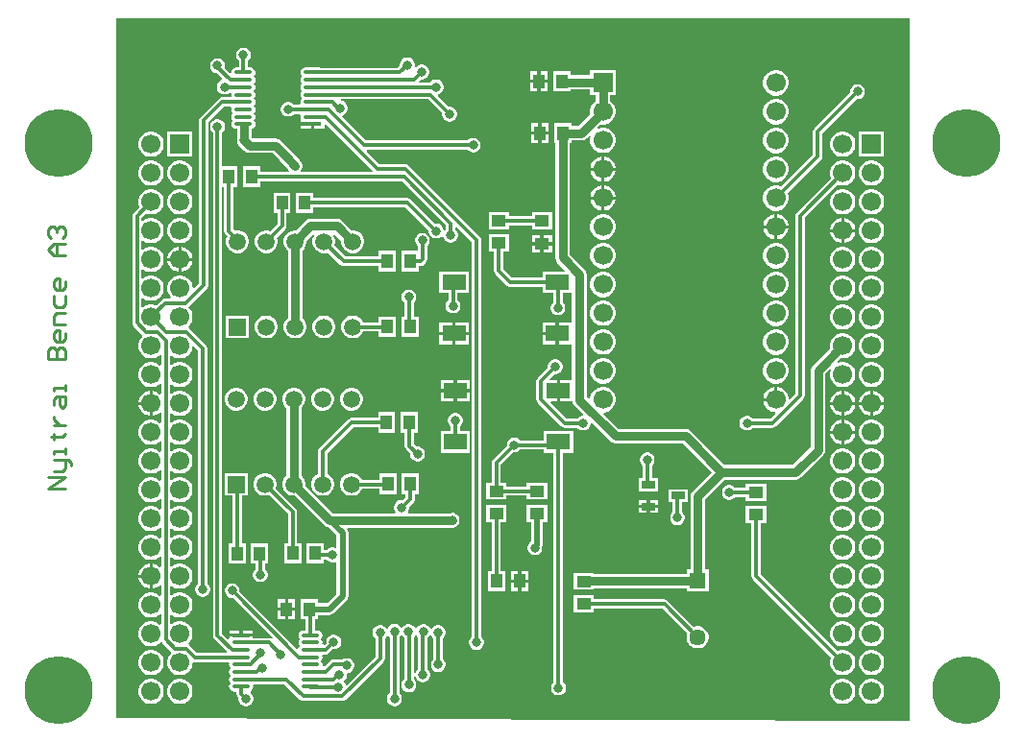
<source format=gtl>
G04*
G04 #@! TF.GenerationSoftware,Altium Limited,Altium Designer,24.2.2 (26)*
G04*
G04 Layer_Physical_Order=1*
G04 Layer_Color=255*
%FSLAX25Y25*%
%MOIN*%
G70*
G04*
G04 #@! TF.SameCoordinates,C094F21F-3D64-4DBD-B291-BB1914DD33BA*
G04*
G04*
G04 #@! TF.FilePolarity,Positive*
G04*
G01*
G75*
%ADD13C,0.01000*%
%ADD23C,0.06693*%
%ADD24R,0.06693X0.06693*%
%ADD30R,0.06299X0.01378*%
%ADD31O,0.06299X0.01378*%
%ADD32R,0.03937X0.05118*%
%ADD33R,0.05118X0.03937*%
%ADD34R,0.08268X0.05512*%
%ADD35R,0.04724X0.02559*%
%ADD36C,0.01181*%
%ADD37C,0.02953*%
%ADD38C,0.01968*%
%ADD39C,0.05709*%
%ADD40R,0.05709X0.05709*%
%ADD41C,0.05906*%
%ADD42R,0.05906X0.05906*%
%ADD43R,0.06693X0.06693*%
%ADD44C,0.23622*%
%ADD45C,0.03150*%
G36*
X315400Y9849D02*
X315046Y9496D01*
X40100Y10400D01*
Y132500D01*
X40001Y252983D01*
X40100Y253066D01*
Y253500D01*
X315400D01*
X315400Y9849D01*
D02*
G37*
%LPC*%
G36*
X84539Y243175D02*
X83861D01*
X83206Y242999D01*
X82619Y242660D01*
X82140Y242181D01*
X81801Y241594D01*
X81625Y240939D01*
Y240261D01*
X81801Y239606D01*
X82140Y239019D01*
X82578Y238580D01*
Y236279D01*
X81732D01*
X81073Y236148D01*
X80514Y235774D01*
X80141Y235216D01*
X80015Y234585D01*
X79898Y234508D01*
X79540Y234353D01*
X77681Y236212D01*
X77775Y236561D01*
Y237239D01*
X77599Y237894D01*
X77260Y238481D01*
X76781Y238960D01*
X76194Y239299D01*
X75539Y239475D01*
X74861D01*
X74206Y239299D01*
X73619Y238960D01*
X73140Y238481D01*
X72801Y237894D01*
X72625Y237239D01*
Y236561D01*
X72801Y235906D01*
X73140Y235319D01*
X73619Y234840D01*
X74206Y234501D01*
X74861Y234325D01*
X74981D01*
X76884Y232422D01*
X76755Y231939D01*
X76606Y231899D01*
X76019Y231560D01*
X75540Y231081D01*
X75201Y230494D01*
X75025Y229839D01*
Y229161D01*
X75201Y228506D01*
X75540Y227919D01*
X76019Y227440D01*
X76606Y227101D01*
X77261Y226925D01*
X77939D01*
X78594Y227101D01*
X79181Y227440D01*
X79361Y227620D01*
X79706Y227586D01*
X80054Y227103D01*
X80010Y226880D01*
X80097Y226442D01*
X79771Y225942D01*
X76820D01*
X76200Y225819D01*
X75674Y225467D01*
X69313Y219106D01*
X68961Y218580D01*
X68838Y217959D01*
Y161549D01*
X67008Y159720D01*
X66546Y159911D01*
Y160172D01*
X66250Y161278D01*
X65678Y162269D01*
X64869Y163078D01*
X63878Y163650D01*
X62772Y163946D01*
X61628D01*
X60522Y163650D01*
X59531Y163078D01*
X58722Y162269D01*
X58150Y161278D01*
X57854Y160172D01*
Y159028D01*
X58150Y157922D01*
X58722Y156931D01*
X59032Y156621D01*
X58841Y156159D01*
X57137D01*
X56516Y156035D01*
X55990Y155684D01*
X53928Y153621D01*
X53878Y153650D01*
X52772Y153946D01*
X51628D01*
X50522Y153650D01*
X49531Y153078D01*
X49347Y152893D01*
X48885Y153085D01*
Y156115D01*
X49347Y156307D01*
X49531Y156122D01*
X50522Y155550D01*
X51628Y155254D01*
X52772D01*
X53878Y155550D01*
X54869Y156122D01*
X55678Y156931D01*
X56250Y157922D01*
X56546Y159028D01*
Y160172D01*
X56250Y161278D01*
X55678Y162269D01*
X54869Y163078D01*
X53878Y163650D01*
X52772Y163946D01*
X51628D01*
X50522Y163650D01*
X49531Y163078D01*
X49347Y162893D01*
X48885Y163085D01*
Y166115D01*
X49347Y166306D01*
X49531Y166122D01*
X50522Y165550D01*
X51628Y165253D01*
X52772D01*
X53878Y165550D01*
X54869Y166122D01*
X55678Y166931D01*
X56250Y167922D01*
X56546Y169028D01*
Y170172D01*
X56250Y171278D01*
X55678Y172269D01*
X54869Y173078D01*
X53878Y173650D01*
X52772Y173946D01*
X51628D01*
X50522Y173650D01*
X49531Y173078D01*
X49347Y172894D01*
X48885Y173085D01*
Y176115D01*
X49347Y176306D01*
X49531Y176122D01*
X50522Y175550D01*
X51628Y175253D01*
X52772D01*
X53878Y175550D01*
X54869Y176122D01*
X55678Y176931D01*
X56250Y177922D01*
X56546Y179028D01*
Y180172D01*
X56250Y181278D01*
X55678Y182269D01*
X54869Y183078D01*
X53878Y183650D01*
X52772Y183947D01*
X51628D01*
X50522Y183650D01*
X49531Y183078D01*
X49347Y182894D01*
X48885Y183085D01*
Y183991D01*
X50472Y185579D01*
X50522Y185550D01*
X51628Y185254D01*
X52772D01*
X53878Y185550D01*
X54869Y186122D01*
X55678Y186931D01*
X56250Y187922D01*
X56546Y189028D01*
Y190172D01*
X56250Y191278D01*
X55678Y192269D01*
X54869Y193078D01*
X53878Y193650D01*
X52772Y193947D01*
X51628D01*
X50522Y193650D01*
X49531Y193078D01*
X48722Y192269D01*
X48150Y191278D01*
X47854Y190172D01*
Y189028D01*
X48150Y187922D01*
X48179Y187872D01*
X46116Y185810D01*
X45765Y185284D01*
X45641Y184663D01*
Y147555D01*
X45765Y146934D01*
X46116Y146408D01*
X49134Y143390D01*
X49136Y143389D01*
X49199Y142746D01*
X48722Y142269D01*
X48150Y141278D01*
X47854Y140172D01*
Y139028D01*
X48150Y137922D01*
X48722Y136931D01*
X49531Y136122D01*
X50522Y135550D01*
X51628Y135254D01*
X52772D01*
X53878Y135550D01*
X54869Y136122D01*
X55179Y136433D01*
X55641Y136241D01*
Y132959D01*
X55179Y132767D01*
X54869Y133078D01*
X53878Y133650D01*
X52772Y133947D01*
X51628D01*
X50522Y133650D01*
X49531Y133078D01*
X48722Y132269D01*
X48150Y131278D01*
X47854Y130172D01*
Y129028D01*
X48150Y127922D01*
X48722Y126931D01*
X49531Y126122D01*
X50522Y125550D01*
X51628Y125253D01*
X52772D01*
X53878Y125550D01*
X54869Y126122D01*
X55179Y126433D01*
X55641Y126241D01*
Y122936D01*
X55179Y122745D01*
X54859Y123065D01*
X53872Y123636D01*
X52790Y123925D01*
Y119600D01*
Y115275D01*
X53872Y115564D01*
X54859Y116135D01*
X55179Y116455D01*
X55641Y116263D01*
Y112959D01*
X55179Y112768D01*
X54869Y113078D01*
X53878Y113650D01*
X52772Y113946D01*
X51628D01*
X50522Y113650D01*
X49531Y113078D01*
X48722Y112269D01*
X48150Y111278D01*
X47854Y110172D01*
Y109028D01*
X48150Y107922D01*
X48722Y106931D01*
X49531Y106122D01*
X50522Y105550D01*
X51628Y105254D01*
X52772D01*
X53878Y105550D01*
X54869Y106122D01*
X55179Y106432D01*
X55641Y106241D01*
Y102959D01*
X55179Y102768D01*
X54869Y103078D01*
X53878Y103650D01*
X52772Y103946D01*
X51628D01*
X50522Y103650D01*
X49531Y103078D01*
X48722Y102269D01*
X48150Y101278D01*
X47854Y100172D01*
Y99028D01*
X48150Y97922D01*
X48722Y96931D01*
X49531Y96122D01*
X50522Y95550D01*
X51628Y95253D01*
X52772D01*
X53878Y95550D01*
X54869Y96122D01*
X55179Y96433D01*
X55641Y96241D01*
Y92959D01*
X55179Y92768D01*
X54869Y93078D01*
X53878Y93650D01*
X52772Y93946D01*
X51628D01*
X50522Y93650D01*
X49531Y93078D01*
X48722Y92269D01*
X48150Y91278D01*
X47854Y90172D01*
Y89028D01*
X48150Y87922D01*
X48722Y86931D01*
X49531Y86122D01*
X50522Y85550D01*
X51628Y85254D01*
X52772D01*
X53878Y85550D01*
X54869Y86122D01*
X55179Y86432D01*
X55641Y86241D01*
Y82959D01*
X55179Y82767D01*
X54869Y83078D01*
X53878Y83650D01*
X52772Y83947D01*
X51628D01*
X50522Y83650D01*
X49531Y83078D01*
X48722Y82269D01*
X48150Y81278D01*
X47854Y80172D01*
Y79028D01*
X48150Y77922D01*
X48722Y76931D01*
X49531Y76122D01*
X50522Y75550D01*
X51628Y75253D01*
X52772D01*
X53878Y75550D01*
X54869Y76122D01*
X55179Y76433D01*
X55641Y76241D01*
Y72959D01*
X55179Y72768D01*
X54869Y73078D01*
X53878Y73650D01*
X52772Y73946D01*
X51628D01*
X50522Y73650D01*
X49531Y73078D01*
X48722Y72269D01*
X48150Y71278D01*
X47854Y70172D01*
Y69028D01*
X48150Y67922D01*
X48722Y66931D01*
X49531Y66122D01*
X50522Y65550D01*
X51628Y65254D01*
X52772D01*
X53878Y65550D01*
X54869Y66122D01*
X55179Y66432D01*
X55641Y66241D01*
Y62937D01*
X55179Y62745D01*
X54859Y63065D01*
X53872Y63636D01*
X52790Y63925D01*
Y59600D01*
Y55275D01*
X53872Y55564D01*
X54859Y56135D01*
X55179Y56455D01*
X55641Y56264D01*
Y52959D01*
X55179Y52767D01*
X54869Y53078D01*
X53878Y53650D01*
X52772Y53947D01*
X51628D01*
X50522Y53650D01*
X49531Y53078D01*
X48722Y52269D01*
X48150Y51278D01*
X47854Y50172D01*
Y49028D01*
X48150Y47922D01*
X48722Y46931D01*
X49531Y46122D01*
X50522Y45550D01*
X51628Y45254D01*
X52772D01*
X53878Y45550D01*
X54869Y46122D01*
X55179Y46433D01*
X55641Y46241D01*
Y42959D01*
X55179Y42768D01*
X54869Y43078D01*
X53878Y43650D01*
X52772Y43946D01*
X51628D01*
X50522Y43650D01*
X49531Y43078D01*
X48722Y42269D01*
X48150Y41278D01*
X47854Y40172D01*
Y39028D01*
X48150Y37922D01*
X48722Y36931D01*
X49531Y36122D01*
X50522Y35550D01*
X51628Y35254D01*
X52772D01*
X53878Y35550D01*
X54869Y36122D01*
X55371Y36624D01*
X56015Y36561D01*
X56116Y36408D01*
X59134Y33390D01*
X59136Y33389D01*
X59199Y32746D01*
X58722Y32269D01*
X58150Y31278D01*
X57854Y30172D01*
Y29028D01*
X58150Y27922D01*
X58722Y26931D01*
X59531Y26122D01*
X60522Y25550D01*
X61628Y25254D01*
X62772D01*
X63878Y25550D01*
X64869Y26122D01*
X65678Y26931D01*
X66250Y27922D01*
X66546Y29028D01*
Y29516D01*
X67046Y29909D01*
X67302Y29858D01*
X78971D01*
X79296Y29358D01*
X79209Y28920D01*
X79340Y28261D01*
X79714Y27703D01*
Y27579D01*
X79340Y27020D01*
X79209Y26361D01*
X79340Y25702D01*
X79714Y25144D01*
Y25020D01*
X79340Y24461D01*
X79209Y23802D01*
X79340Y23143D01*
X79714Y22585D01*
Y22461D01*
X79340Y21902D01*
X79209Y21243D01*
X79340Y20584D01*
X79714Y20026D01*
X80272Y19652D01*
X80931Y19521D01*
X81770D01*
Y18808D01*
X81894Y18187D01*
X82245Y17661D01*
X82525Y17381D01*
Y16761D01*
X82701Y16106D01*
X83040Y15519D01*
X83519Y15040D01*
X84106Y14701D01*
X84761Y14525D01*
X85439D01*
X86094Y14701D01*
X86681Y15040D01*
X87160Y15519D01*
X87499Y16106D01*
X87675Y16761D01*
Y17439D01*
X87499Y18094D01*
X87160Y18681D01*
X86681Y19160D01*
X86641Y19183D01*
X86617Y19272D01*
X86659Y19750D01*
X87070Y20026D01*
X87444Y20584D01*
X87575Y21243D01*
X87488Y21681D01*
X87813Y22181D01*
X98492D01*
X103885Y16788D01*
X104411Y16436D01*
X105032Y16313D01*
X118511D01*
X119132Y16436D01*
X119658Y16788D01*
X132747Y29877D01*
X133098Y30403D01*
X133222Y31023D01*
Y37980D01*
X133660Y38419D01*
X133956Y38930D01*
X134238Y38991D01*
X134508Y38974D01*
X134540Y38919D01*
X134978Y38480D01*
Y19120D01*
X134540Y18681D01*
X134201Y18094D01*
X134025Y17439D01*
Y16761D01*
X134201Y16106D01*
X134540Y15519D01*
X135019Y15040D01*
X135606Y14701D01*
X136261Y14525D01*
X136939D01*
X137594Y14701D01*
X138181Y15040D01*
X138660Y15519D01*
X138999Y16106D01*
X139175Y16761D01*
Y17439D01*
X138999Y18094D01*
X138660Y18681D01*
X138222Y19120D01*
Y38480D01*
X138660Y38919D01*
X138732Y39044D01*
X139310D01*
X139440Y38819D01*
X139919Y38340D01*
X139978Y38305D01*
Y23955D01*
X139540Y23516D01*
X139201Y22929D01*
X139025Y22274D01*
Y21596D01*
X139201Y20941D01*
X139540Y20354D01*
X140019Y19875D01*
X140606Y19536D01*
X141261Y19360D01*
X141939D01*
X142594Y19536D01*
X143181Y19875D01*
X143660Y20354D01*
X143999Y20941D01*
X144175Y21596D01*
Y22274D01*
X143999Y22929D01*
X143660Y23516D01*
X143222Y23955D01*
Y38480D01*
X143560Y38819D01*
X143765Y39174D01*
X144335D01*
X144540Y38819D01*
X144878Y38480D01*
Y27495D01*
X144819Y27460D01*
X144340Y26981D01*
X144001Y26394D01*
X143825Y25739D01*
Y25061D01*
X144001Y24406D01*
X144340Y23819D01*
X144819Y23340D01*
X145406Y23001D01*
X146061Y22825D01*
X146739D01*
X147394Y23001D01*
X147981Y23340D01*
X148460Y23819D01*
X148799Y24406D01*
X148975Y25061D01*
Y25739D01*
X148799Y26394D01*
X148460Y26981D01*
X148122Y27320D01*
Y38305D01*
X148181Y38340D01*
X148660Y38819D01*
X148778Y39024D01*
X149158Y39011D01*
X149323Y38967D01*
X149640Y38419D01*
X150119Y37940D01*
X150128Y37934D01*
Y30870D01*
X149740Y30481D01*
X149401Y29894D01*
X149225Y29239D01*
Y28561D01*
X149401Y27906D01*
X149740Y27319D01*
X150219Y26840D01*
X150806Y26501D01*
X151461Y26325D01*
X152139D01*
X152794Y26501D01*
X153381Y26840D01*
X153860Y27319D01*
X154199Y27906D01*
X154375Y28561D01*
Y29239D01*
X154199Y29894D01*
X153860Y30481D01*
X153381Y30960D01*
X153372Y30966D01*
Y38030D01*
X153760Y38419D01*
X154099Y39006D01*
X154275Y39661D01*
Y40339D01*
X154099Y40994D01*
X153760Y41581D01*
X153281Y42060D01*
X152694Y42399D01*
X152039Y42575D01*
X151361D01*
X150706Y42399D01*
X150119Y42060D01*
X149640Y41581D01*
X149522Y41377D01*
X149142Y41389D01*
X148977Y41433D01*
X148660Y41981D01*
X148181Y42460D01*
X147594Y42799D01*
X146939Y42975D01*
X146261D01*
X145606Y42799D01*
X145019Y42460D01*
X144540Y41981D01*
X144335Y41626D01*
X143765D01*
X143560Y41981D01*
X143081Y42460D01*
X142494Y42799D01*
X141839Y42975D01*
X141161D01*
X140506Y42799D01*
X139919Y42460D01*
X139440Y41981D01*
X139368Y41856D01*
X138790D01*
X138660Y42081D01*
X138181Y42560D01*
X137594Y42899D01*
X136939Y43075D01*
X136261D01*
X135606Y42899D01*
X135019Y42560D01*
X134540Y42081D01*
X134244Y41570D01*
X133962Y41509D01*
X133692Y41526D01*
X133660Y41581D01*
X133181Y42060D01*
X132594Y42399D01*
X131939Y42575D01*
X131261D01*
X130606Y42399D01*
X130019Y42060D01*
X129540Y41581D01*
X129201Y40994D01*
X129025Y40339D01*
Y39661D01*
X129201Y39006D01*
X129540Y38419D01*
X129978Y37980D01*
Y31695D01*
X120117Y21834D01*
X119634Y21964D01*
X119599Y22094D01*
X119260Y22681D01*
X119143Y22798D01*
X119081Y23340D01*
X119163Y23422D01*
X119560Y23819D01*
X119899Y24406D01*
X120075Y25061D01*
Y25739D01*
X120309Y26044D01*
X120458D01*
X121113Y26219D01*
X121700Y26559D01*
X122179Y27038D01*
X122518Y27625D01*
X122694Y28280D01*
Y28958D01*
X122518Y29613D01*
X122179Y30200D01*
X121700Y30679D01*
X121113Y31018D01*
X120458Y31194D01*
X119780D01*
X119125Y31018D01*
X118538Y30679D01*
X118476Y30617D01*
X117714D01*
X117363Y30687D01*
X115287D01*
X114667Y30564D01*
X114140Y30212D01*
X112223Y28295D01*
X111952Y28323D01*
X111575Y28841D01*
X111591Y28920D01*
X111459Y29579D01*
X111086Y30138D01*
Y30262D01*
X111459Y30821D01*
X111591Y31480D01*
X111504Y31917D01*
X111829Y32417D01*
X112739D01*
X113359Y32540D01*
X113885Y32892D01*
X115219Y34225D01*
X115839D01*
X116494Y34401D01*
X117081Y34740D01*
X117560Y35219D01*
X117899Y35806D01*
X118075Y36461D01*
Y37139D01*
X117899Y37794D01*
X117560Y38381D01*
X117081Y38860D01*
X116494Y39199D01*
X115839Y39375D01*
X115161D01*
X114506Y39199D01*
X113919Y38860D01*
X113440Y38381D01*
X113101Y37794D01*
X112925Y37139D01*
Y36519D01*
X112262Y35856D01*
X111878Y35889D01*
X111541Y36351D01*
X111591Y36598D01*
X111459Y37257D01*
X111086Y37815D01*
Y37939D01*
X111459Y38498D01*
X111591Y39157D01*
X111459Y39816D01*
X111086Y40374D01*
X110527Y40748D01*
X109868Y40879D01*
X109029D01*
Y44641D01*
X110005D01*
Y46177D01*
X114100D01*
X114874Y46331D01*
X115531Y46769D01*
X119990Y51228D01*
X120428Y51885D01*
X120582Y52659D01*
Y74654D01*
X120428Y75429D01*
X120063Y75975D01*
X120237Y76475D01*
X156075D01*
X156261Y76425D01*
X156939D01*
X157594Y76601D01*
X158181Y76940D01*
X158660Y77419D01*
X158999Y78006D01*
X159175Y78661D01*
Y79339D01*
X158999Y79994D01*
X158660Y80581D01*
X158181Y81060D01*
X157594Y81399D01*
X156939Y81575D01*
X156261D01*
X156075Y81525D01*
X141405D01*
X141221Y82025D01*
X141499Y82506D01*
X141675Y83161D01*
Y83781D01*
X143284Y85390D01*
X143635Y85916D01*
X143759Y86537D01*
Y88141D01*
X145106D01*
Y95259D01*
X139169D01*
Y88141D01*
X140515D01*
Y87209D01*
X139381Y86075D01*
X138761D01*
X138106Y85899D01*
X137519Y85560D01*
X137040Y85081D01*
X136701Y84494D01*
X136525Y83839D01*
Y83161D01*
X136701Y82506D01*
X136978Y82025D01*
X136794Y81525D01*
X115259D01*
X105653Y91131D01*
Y92034D01*
X105383Y93039D01*
X104863Y93940D01*
X104225Y94578D01*
Y118035D01*
X104863Y118673D01*
X105383Y119574D01*
X105653Y120580D01*
Y121620D01*
X105383Y122626D01*
X104863Y123527D01*
X104127Y124263D01*
X103226Y124783D01*
X102220Y125053D01*
X101180D01*
X100174Y124783D01*
X99273Y124263D01*
X98537Y123527D01*
X98017Y122626D01*
X97747Y121620D01*
Y120580D01*
X98017Y119574D01*
X98537Y118673D01*
X99175Y118035D01*
Y94578D01*
X98537Y93940D01*
X98017Y93039D01*
X97747Y92034D01*
Y90993D01*
X98017Y89988D01*
X98537Y89086D01*
X99273Y88350D01*
X100174Y87830D01*
X101180Y87561D01*
X102082D01*
X112428Y77215D01*
X113247Y76667D01*
X113794Y76559D01*
X116536Y73816D01*
Y69586D01*
X116103Y69336D01*
X115994Y69399D01*
X115339Y69575D01*
X114661D01*
X114006Y69399D01*
X113419Y69060D01*
X112980Y68622D01*
X112106D01*
Y71159D01*
X106168D01*
Y64041D01*
X112106D01*
Y65378D01*
X112980D01*
X113419Y64940D01*
X114006Y64601D01*
X114661Y64425D01*
X115339D01*
X115994Y64601D01*
X116103Y64664D01*
X116536Y64414D01*
Y53497D01*
X113262Y50223D01*
X110005D01*
Y51759D01*
X104069D01*
Y44641D01*
X105786D01*
Y40879D01*
X104947D01*
X104288Y40748D01*
X103729Y40374D01*
X103356Y39816D01*
X103225Y39157D01*
X103356Y38498D01*
X103729Y37939D01*
Y37815D01*
X103356Y37257D01*
X103225Y36598D01*
X103356Y35939D01*
X103729Y35380D01*
Y35256D01*
X103356Y34698D01*
X103331Y34570D01*
X102788Y34405D01*
X82875Y54319D01*
Y54939D01*
X82699Y55594D01*
X82360Y56181D01*
X81881Y56660D01*
X81294Y56999D01*
X80639Y57175D01*
X79961D01*
X79306Y56999D01*
X78719Y56660D01*
X78240Y56181D01*
X77901Y55594D01*
X77725Y54939D01*
Y54261D01*
X77901Y53606D01*
X78240Y53019D01*
X78719Y52540D01*
X79306Y52201D01*
X79961Y52025D01*
X80581D01*
X94285Y38322D01*
X93966Y37934D01*
X93723Y38096D01*
X93102Y38219D01*
X87526D01*
Y38566D01*
X83392D01*
X79258D01*
Y38048D01*
X78758Y37841D01*
X76822Y39777D01*
Y194841D01*
X77504D01*
Y179507D01*
X77628Y178887D01*
X77979Y178361D01*
X78635Y177705D01*
X78417Y177326D01*
X78147Y176320D01*
Y175280D01*
X78417Y174274D01*
X78937Y173373D01*
X79673Y172637D01*
X80574Y172117D01*
X81580Y171847D01*
X82620D01*
X83626Y172117D01*
X84527Y172637D01*
X85263Y173373D01*
X85783Y174274D01*
X86053Y175280D01*
Y176320D01*
X85783Y177326D01*
X85263Y178227D01*
X84527Y178963D01*
X83626Y179483D01*
X82620Y179753D01*
X81580D01*
X81260Y179667D01*
X80748Y180179D01*
Y194841D01*
X82095D01*
Y201959D01*
X76822D01*
Y213780D01*
X77260Y214219D01*
X77599Y214806D01*
X77775Y215461D01*
Y216139D01*
X77599Y216794D01*
X77260Y217381D01*
X76781Y217860D01*
X76194Y218199D01*
X75539Y218375D01*
X74861D01*
X74206Y218199D01*
X73619Y217860D01*
X73140Y217381D01*
X72801Y216794D01*
X72625Y216139D01*
Y215461D01*
X72801Y214806D01*
X73140Y214219D01*
X73578Y213780D01*
Y39105D01*
X73702Y38485D01*
X74053Y37958D01*
X78448Y33563D01*
X78257Y33101D01*
X67974D01*
X65392Y35684D01*
X65239Y35785D01*
X65176Y36429D01*
X65678Y36931D01*
X66250Y37922D01*
X66546Y39028D01*
Y40172D01*
X66250Y41278D01*
X65678Y42269D01*
X64869Y43078D01*
X63878Y43650D01*
X62772Y43946D01*
X61628D01*
X60522Y43650D01*
X59531Y43078D01*
X59347Y42893D01*
X58885Y43085D01*
Y46115D01*
X59347Y46306D01*
X59531Y46122D01*
X60522Y45550D01*
X61628Y45254D01*
X62772D01*
X63878Y45550D01*
X64869Y46122D01*
X65678Y46931D01*
X66250Y47922D01*
X66546Y49028D01*
Y50172D01*
X66250Y51278D01*
X65678Y52269D01*
X64869Y53078D01*
X63878Y53650D01*
X62772Y53947D01*
X61628D01*
X60522Y53650D01*
X59531Y53078D01*
X59347Y52894D01*
X58885Y53085D01*
Y56115D01*
X59347Y56306D01*
X59531Y56122D01*
X60522Y55550D01*
X61628Y55253D01*
X62772D01*
X63878Y55550D01*
X64869Y56122D01*
X65678Y56931D01*
X66250Y57922D01*
X66546Y59028D01*
Y60172D01*
X66250Y61278D01*
X65678Y62269D01*
X64869Y63078D01*
X63878Y63650D01*
X62772Y63946D01*
X61628D01*
X60522Y63650D01*
X59531Y63078D01*
X59347Y62893D01*
X58885Y63085D01*
Y66115D01*
X59347Y66307D01*
X59531Y66122D01*
X60522Y65550D01*
X61628Y65254D01*
X62772D01*
X63878Y65550D01*
X64869Y66122D01*
X65678Y66931D01*
X66250Y67922D01*
X66546Y69028D01*
Y70172D01*
X66250Y71278D01*
X65678Y72269D01*
X64869Y73078D01*
X63878Y73650D01*
X62772Y73946D01*
X61628D01*
X60522Y73650D01*
X59531Y73078D01*
X59347Y72894D01*
X58885Y73085D01*
Y76115D01*
X59347Y76306D01*
X59531Y76122D01*
X60522Y75550D01*
X61628Y75253D01*
X62772D01*
X63878Y75550D01*
X64869Y76122D01*
X65678Y76931D01*
X66250Y77922D01*
X66546Y79028D01*
Y80172D01*
X66250Y81278D01*
X65678Y82269D01*
X64869Y83078D01*
X63878Y83650D01*
X62772Y83947D01*
X61628D01*
X60522Y83650D01*
X59531Y83078D01*
X59347Y82894D01*
X58885Y83085D01*
Y86115D01*
X59347Y86307D01*
X59531Y86122D01*
X60522Y85550D01*
X61628Y85254D01*
X62772D01*
X63878Y85550D01*
X64869Y86122D01*
X65678Y86931D01*
X66250Y87922D01*
X66546Y89028D01*
Y90172D01*
X66250Y91278D01*
X65678Y92269D01*
X64869Y93078D01*
X63878Y93650D01*
X62772Y93946D01*
X61628D01*
X60522Y93650D01*
X59531Y93078D01*
X59347Y92893D01*
X58885Y93085D01*
Y96115D01*
X59347Y96307D01*
X59531Y96122D01*
X60522Y95550D01*
X61628Y95253D01*
X62772D01*
X63878Y95550D01*
X64869Y96122D01*
X65678Y96931D01*
X66250Y97922D01*
X66546Y99028D01*
Y100172D01*
X66250Y101278D01*
X65678Y102269D01*
X64869Y103078D01*
X63878Y103650D01*
X62772Y103946D01*
X61628D01*
X60522Y103650D01*
X59531Y103078D01*
X59347Y102893D01*
X58885Y103085D01*
Y106115D01*
X59347Y106307D01*
X59531Y106122D01*
X60522Y105550D01*
X61628Y105254D01*
X62772D01*
X63878Y105550D01*
X64869Y106122D01*
X65678Y106931D01*
X66250Y107922D01*
X66546Y109028D01*
Y110172D01*
X66250Y111278D01*
X65678Y112269D01*
X64869Y113078D01*
X63878Y113650D01*
X62772Y113946D01*
X61628D01*
X60522Y113650D01*
X59531Y113078D01*
X59347Y112893D01*
X58885Y113085D01*
Y116115D01*
X59347Y116306D01*
X59531Y116122D01*
X60522Y115550D01*
X61628Y115253D01*
X62772D01*
X63878Y115550D01*
X64869Y116122D01*
X65678Y116931D01*
X66250Y117922D01*
X66546Y119028D01*
Y120172D01*
X66250Y121278D01*
X65678Y122269D01*
X64869Y123078D01*
X63878Y123650D01*
X62772Y123946D01*
X61628D01*
X60522Y123650D01*
X59531Y123078D01*
X59347Y122894D01*
X58885Y123085D01*
Y126115D01*
X59347Y126306D01*
X59531Y126122D01*
X60522Y125550D01*
X61628Y125253D01*
X62772D01*
X63878Y125550D01*
X64869Y126122D01*
X65678Y126931D01*
X66250Y127922D01*
X66546Y129028D01*
Y130172D01*
X66250Y131278D01*
X65678Y132269D01*
X64869Y133078D01*
X63878Y133650D01*
X62772Y133947D01*
X61628D01*
X60522Y133650D01*
X59531Y133078D01*
X59347Y132894D01*
X58885Y133085D01*
Y136115D01*
X59347Y136307D01*
X59531Y136122D01*
X60522Y135550D01*
X61628Y135254D01*
X62772D01*
X63878Y135550D01*
X64869Y136122D01*
X65678Y136931D01*
X66250Y137922D01*
X66546Y139028D01*
Y139289D01*
X67008Y139480D01*
X68378Y138110D01*
Y57120D01*
X67940Y56681D01*
X67601Y56094D01*
X67425Y55439D01*
Y54761D01*
X67601Y54106D01*
X67940Y53519D01*
X68419Y53040D01*
X69006Y52701D01*
X69661Y52525D01*
X70339D01*
X70994Y52701D01*
X71581Y53040D01*
X72060Y53519D01*
X72399Y54106D01*
X72575Y54761D01*
Y55439D01*
X72399Y56094D01*
X72060Y56681D01*
X71622Y57120D01*
Y138782D01*
X71498Y139403D01*
X71147Y139929D01*
X65392Y145684D01*
X65239Y145785D01*
X65176Y146429D01*
X65678Y146931D01*
X66250Y147922D01*
X66546Y149028D01*
Y150172D01*
X66250Y151278D01*
X65678Y152269D01*
X65201Y152746D01*
X65264Y153390D01*
X65266Y153390D01*
X71606Y159731D01*
X71958Y160257D01*
X72081Y160878D01*
Y217288D01*
X77492Y222699D01*
X79771D01*
X80097Y222199D01*
X80010Y221761D01*
X80141Y221102D01*
X80514Y220544D01*
Y220420D01*
X80141Y219861D01*
X80010Y219202D01*
X80141Y218543D01*
X80514Y217985D01*
Y217861D01*
X80141Y217302D01*
X80010Y216643D01*
X80141Y215984D01*
X80514Y215426D01*
X81073Y215052D01*
X81732Y214921D01*
X81950D01*
X81967Y214834D01*
X81975Y214822D01*
Y211455D01*
X81925Y211269D01*
Y210591D01*
X82101Y209936D01*
X82440Y209349D01*
X82919Y208869D01*
X83086Y208773D01*
X84444Y207415D01*
X85264Y206867D01*
X86230Y206675D01*
X94254D01*
X96802Y204127D01*
X97251Y203455D01*
X99871Y200836D01*
X100040Y200542D01*
X100060Y200522D01*
X99853Y200022D01*
X89969D01*
Y201959D01*
X84031D01*
Y194841D01*
X89969D01*
Y196778D01*
X139228D01*
X154478Y181528D01*
Y180120D01*
X154075Y179716D01*
X153879Y179736D01*
X153703Y179796D01*
X153568Y179864D01*
X153399Y180494D01*
X153060Y181081D01*
X152581Y181560D01*
X151994Y181899D01*
X151339Y182075D01*
X150719D01*
X142347Y190447D01*
X141821Y190798D01*
X141200Y190922D01*
X108405D01*
Y192859D01*
X102469D01*
Y185741D01*
X108405D01*
Y187678D01*
X140528D01*
X148425Y179781D01*
Y179161D01*
X148601Y178506D01*
X148940Y177919D01*
X149419Y177440D01*
X150006Y177101D01*
X150661Y176925D01*
X151339D01*
X151994Y177101D01*
X152581Y177440D01*
X153025Y177884D01*
X153221Y177864D01*
X153397Y177805D01*
X153532Y177736D01*
X153701Y177106D01*
X154040Y176519D01*
X154519Y176040D01*
X155106Y175701D01*
X155761Y175525D01*
X156439D01*
X157094Y175701D01*
X157681Y176040D01*
X158160Y176519D01*
X158499Y177106D01*
X158675Y177761D01*
Y178439D01*
X158499Y179094D01*
X158160Y179681D01*
X157722Y180120D01*
Y180716D01*
X158184Y180907D01*
X163478Y175613D01*
Y38620D01*
X163040Y38181D01*
X162701Y37594D01*
X162525Y36939D01*
Y36261D01*
X162701Y35606D01*
X163040Y35019D01*
X163519Y34540D01*
X164106Y34201D01*
X164761Y34025D01*
X165439D01*
X166094Y34201D01*
X166681Y34540D01*
X167160Y35019D01*
X167499Y35606D01*
X167675Y36261D01*
Y36939D01*
X167499Y37594D01*
X167160Y38181D01*
X166722Y38620D01*
Y176285D01*
X166598Y176905D01*
X166247Y177431D01*
X141397Y202281D01*
X140871Y202632D01*
X140251Y202756D01*
X131461D01*
X127001Y207216D01*
X127192Y207678D01*
X161880D01*
X162319Y207240D01*
X162906Y206901D01*
X163561Y206725D01*
X164239D01*
X164894Y206901D01*
X165481Y207240D01*
X165960Y207719D01*
X166299Y208306D01*
X166475Y208961D01*
Y209639D01*
X166299Y210294D01*
X165960Y210881D01*
X165481Y211360D01*
X164894Y211699D01*
X164239Y211875D01*
X163561D01*
X162906Y211699D01*
X162319Y211360D01*
X161880Y210922D01*
X126795D01*
X118434Y219283D01*
X118564Y219766D01*
X118694Y219801D01*
X119281Y220140D01*
X119760Y220619D01*
X120099Y221206D01*
X120275Y221861D01*
Y222539D01*
X120099Y223194D01*
X119760Y223781D01*
X119281Y224260D01*
X118694Y224599D01*
X118039Y224775D01*
X118080Y225258D01*
X148249D01*
X153125Y220381D01*
Y219761D01*
X153301Y219106D01*
X153640Y218519D01*
X154119Y218040D01*
X154706Y217701D01*
X155361Y217525D01*
X156039D01*
X156694Y217701D01*
X157281Y218040D01*
X157760Y218519D01*
X158099Y219106D01*
X158275Y219761D01*
Y220439D01*
X158099Y221094D01*
X157760Y221681D01*
X157281Y222160D01*
X156694Y222499D01*
X156039Y222675D01*
X155419D01*
X151634Y226460D01*
X151783Y227017D01*
X152094Y227101D01*
X152681Y227440D01*
X153160Y227919D01*
X153499Y228506D01*
X153675Y229161D01*
Y229839D01*
X153499Y230494D01*
X153160Y231081D01*
X152681Y231560D01*
X152094Y231899D01*
X151439Y232075D01*
X150761D01*
X150106Y231899D01*
X149519Y231560D01*
X149050Y231091D01*
X145275D01*
X145083Y231553D01*
X145678Y232148D01*
X145761Y232125D01*
X146439D01*
X147094Y232301D01*
X147681Y232640D01*
X148160Y233119D01*
X148499Y233706D01*
X148675Y234361D01*
Y235039D01*
X148499Y235694D01*
X148160Y236281D01*
X147681Y236760D01*
X147094Y237099D01*
X146439Y237275D01*
X145761D01*
X145106Y237099D01*
X144519Y236760D01*
X144040Y236281D01*
X144035Y236272D01*
X143569Y236466D01*
X143675Y236861D01*
Y237539D01*
X143499Y238194D01*
X143160Y238781D01*
X142681Y239260D01*
X142094Y239599D01*
X141439Y239775D01*
X140761D01*
X140106Y239599D01*
X139519Y239260D01*
X139040Y238781D01*
X138701Y238194D01*
X138525Y237539D01*
Y236919D01*
X137785Y236178D01*
X111173D01*
X110668Y236279D01*
X105747D01*
X105088Y236148D01*
X104530Y235774D01*
X104156Y235216D01*
X104025Y234557D01*
X104156Y233898D01*
X104530Y233339D01*
Y233215D01*
X104156Y232657D01*
X104025Y231998D01*
X104156Y231339D01*
X104530Y230780D01*
Y230656D01*
X104156Y230098D01*
X104025Y229439D01*
X104156Y228780D01*
X104530Y228221D01*
Y228097D01*
X104156Y227539D01*
X104025Y226880D01*
X104156Y226221D01*
X104530Y225662D01*
Y225538D01*
X104156Y224979D01*
X104025Y224320D01*
X104108Y223902D01*
X103774Y223402D01*
X101739D01*
X101281Y223860D01*
X100694Y224199D01*
X100039Y224375D01*
X99361D01*
X98706Y224199D01*
X98119Y223860D01*
X97640Y223381D01*
X97301Y222794D01*
X97125Y222139D01*
Y221461D01*
X97301Y220806D01*
X97640Y220219D01*
X98119Y219740D01*
X98706Y219401D01*
X99361Y219225D01*
X100039D01*
X100694Y219401D01*
X101281Y219740D01*
X101700Y220159D01*
X103799D01*
X104116Y219659D01*
X104025Y219202D01*
X104102Y218817D01*
X104074Y218317D01*
X104074Y218317D01*
X104074Y218317D01*
Y217234D01*
X108208D01*
Y216643D01*
X108798D01*
Y214970D01*
X112342D01*
Y216635D01*
X112804Y216827D01*
X129146Y200484D01*
X128955Y200022D01*
X104347D01*
X104139Y200522D01*
X104160Y200542D01*
X104499Y201130D01*
X104675Y201784D01*
Y202463D01*
X104499Y203117D01*
X104160Y203705D01*
X103681Y204184D01*
X103640Y204207D01*
X101272Y206576D01*
X100822Y207249D01*
X97085Y210985D01*
X96266Y211533D01*
X95300Y211725D01*
X87275D01*
X87025Y211976D01*
Y214995D01*
X87312Y215052D01*
X87871Y215426D01*
X88244Y215984D01*
X88375Y216643D01*
X88244Y217302D01*
X87871Y217861D01*
Y217985D01*
X88244Y218543D01*
X88375Y219202D01*
X88244Y219861D01*
X87871Y220420D01*
Y220544D01*
X88244Y221102D01*
X88375Y221761D01*
X88244Y222420D01*
X87871Y222979D01*
Y223103D01*
X88244Y223661D01*
X88375Y224320D01*
X88244Y224979D01*
X87871Y225538D01*
Y225662D01*
X88244Y226221D01*
X88375Y226880D01*
X88244Y227539D01*
X87871Y228097D01*
Y228221D01*
X88244Y228780D01*
X88375Y229439D01*
X88244Y230098D01*
X87871Y230656D01*
Y230780D01*
X88244Y231339D01*
X88375Y231998D01*
X88244Y232657D01*
X87871Y233215D01*
Y233339D01*
X88244Y233898D01*
X88375Y234557D01*
X88244Y235216D01*
X87871Y235774D01*
X87312Y236148D01*
X86653Y236279D01*
X85822D01*
Y238580D01*
X86260Y239019D01*
X86599Y239606D01*
X86775Y240261D01*
Y240939D01*
X86599Y241594D01*
X86260Y242181D01*
X85781Y242660D01*
X85194Y242999D01*
X84539Y243175D01*
D02*
G37*
G36*
X213246Y235246D02*
X204554D01*
Y233725D01*
X197569D01*
Y235059D01*
X191631D01*
Y227941D01*
X197569D01*
Y228675D01*
X204554D01*
Y226554D01*
X206375D01*
Y224461D01*
X206231Y224378D01*
X205422Y223569D01*
X204850Y222578D01*
X204554Y221472D01*
Y220328D01*
X204597Y220167D01*
X200454Y216025D01*
X197906D01*
Y217059D01*
X191969D01*
Y209941D01*
X192412D01*
Y170227D01*
X192604Y169260D01*
X193152Y168441D01*
X195717Y165876D01*
X195525Y165414D01*
X187979D01*
Y163280D01*
X177514D01*
X174422Y166372D01*
Y172294D01*
X176359D01*
Y178232D01*
X169241D01*
Y172294D01*
X171178D01*
Y165700D01*
X171302Y165079D01*
X171653Y164553D01*
X175695Y160512D01*
X176221Y160160D01*
X176842Y160037D01*
X187979D01*
Y157902D01*
X191678D01*
Y154820D01*
X191240Y154381D01*
X190901Y153794D01*
X190725Y153139D01*
Y152461D01*
X190901Y151806D01*
X191240Y151219D01*
X191719Y150740D01*
X192306Y150401D01*
X192961Y150225D01*
X193639D01*
X194294Y150401D01*
X194881Y150740D01*
X195360Y151219D01*
X195699Y151806D01*
X195875Y152461D01*
Y153139D01*
X195699Y153794D01*
X195360Y154381D01*
X194922Y154820D01*
Y157902D01*
X198188D01*
Y147682D01*
X193704D01*
Y143942D01*
X193113D01*
D01*
X193704D01*
Y140202D01*
X198188D01*
Y127740D01*
X194117D01*
Y124000D01*
Y120260D01*
X198306D01*
X198380Y119887D01*
X198927Y119067D01*
X202120Y115874D01*
X201913Y115374D01*
X201660D01*
X201006Y115199D01*
X200418Y114860D01*
X199980Y114421D01*
X196260D01*
X190883Y119798D01*
X191075Y120260D01*
X192936D01*
Y124000D01*
Y127740D01*
X190687D01*
X190496Y128202D01*
X192119Y129825D01*
X192739D01*
X193394Y130001D01*
X193981Y130340D01*
X194460Y130819D01*
X194799Y131406D01*
X194975Y132061D01*
Y132739D01*
X194799Y133394D01*
X194460Y133981D01*
X193981Y134460D01*
X193394Y134799D01*
X192739Y134975D01*
X192061D01*
X191406Y134799D01*
X190819Y134460D01*
X190340Y133981D01*
X190001Y133394D01*
X189825Y132739D01*
Y132119D01*
X186242Y128536D01*
X185891Y128010D01*
X185767Y127389D01*
Y120999D01*
X185891Y120378D01*
X186242Y119852D01*
X194442Y111653D01*
X194968Y111301D01*
X195588Y111178D01*
X199980D01*
X200418Y110739D01*
X201006Y110400D01*
X201660Y110224D01*
X202338D01*
X202993Y110400D01*
X203580Y110739D01*
X204060Y111218D01*
X204399Y111805D01*
X204574Y112460D01*
Y112713D01*
X205074Y112920D01*
X211504Y106491D01*
X212323Y105944D01*
X213289Y105751D01*
X236531D01*
X246582Y95700D01*
X240015Y89132D01*
X239467Y88313D01*
X239275Y87347D01*
Y61997D01*
X237946D01*
Y60496D01*
X205845D01*
Y60854D01*
X198727D01*
Y54917D01*
X205845D01*
Y55446D01*
X237946D01*
Y54288D01*
X245654D01*
Y61997D01*
X244325D01*
Y86301D01*
X251199Y93175D01*
X275800D01*
X276766Y93367D01*
X277585Y93915D01*
X285405Y101735D01*
X285953Y102554D01*
X286145Y103520D01*
Y129974D01*
X287742Y131571D01*
X288150Y131278D01*
X287854Y130172D01*
Y129028D01*
X288150Y127922D01*
X288722Y126931D01*
X289531Y126122D01*
X290522Y125550D01*
X291628Y125253D01*
X292772D01*
X293878Y125550D01*
X294869Y126122D01*
X295678Y126931D01*
X296250Y127922D01*
X296547Y129028D01*
Y130172D01*
X296250Y131278D01*
X295678Y132269D01*
X294869Y133078D01*
X293878Y133650D01*
X292772Y133947D01*
X291628D01*
X290522Y133650D01*
X290229Y134058D01*
X291467Y135297D01*
X291628Y135254D01*
X292772D01*
X293878Y135550D01*
X294869Y136122D01*
X295678Y136931D01*
X296250Y137922D01*
X296547Y139028D01*
Y140172D01*
X296250Y141278D01*
X295678Y142269D01*
X294869Y143078D01*
X293878Y143650D01*
X292772Y143947D01*
X291628D01*
X290522Y143650D01*
X289531Y143078D01*
X288722Y142269D01*
X288150Y141278D01*
X287854Y140172D01*
Y139028D01*
X287896Y138867D01*
X281835Y132805D01*
X281287Y131986D01*
X281095Y131020D01*
Y104566D01*
X274754Y98225D01*
X251199D01*
X239362Y110062D01*
X238543Y110609D01*
X237577Y110801D01*
X214335D01*
X209044Y116092D01*
X209236Y116553D01*
X209472D01*
X210578Y116850D01*
X211569Y117422D01*
X212378Y118231D01*
X212950Y119222D01*
X213246Y120328D01*
Y121472D01*
X212950Y122578D01*
X212378Y123569D01*
X211569Y124378D01*
X210578Y124950D01*
X209472Y125247D01*
X208328D01*
X207222Y124950D01*
X206231Y124378D01*
X205422Y123569D01*
X204850Y122578D01*
X204554Y121472D01*
Y121236D01*
X204092Y121044D01*
X203238Y121899D01*
Y164451D01*
X203045Y165417D01*
X202498Y166236D01*
X197462Y171272D01*
Y209941D01*
X197906D01*
Y210975D01*
X201500D01*
X202466Y211167D01*
X203285Y211715D01*
X204442Y212871D01*
X204850Y212578D01*
X204554Y211472D01*
Y210328D01*
X204850Y209222D01*
X205422Y208231D01*
X206231Y207422D01*
X207222Y206850D01*
X208328Y206554D01*
X209472D01*
X210578Y206850D01*
X211569Y207422D01*
X212378Y208231D01*
X212950Y209222D01*
X213246Y210328D01*
Y211472D01*
X212950Y212578D01*
X212378Y213569D01*
X211569Y214378D01*
X210578Y214950D01*
X209472Y215247D01*
X208328D01*
X207222Y214950D01*
X206929Y215358D01*
X208167Y216597D01*
X208328Y216553D01*
X209472D01*
X210578Y216850D01*
X211569Y217422D01*
X212378Y218231D01*
X212950Y219222D01*
X213246Y220328D01*
Y221472D01*
X212950Y222578D01*
X212378Y223569D01*
X211569Y224378D01*
X211425Y224461D01*
Y226554D01*
X213246D01*
Y235246D01*
D02*
G37*
G36*
X189679Y235043D02*
X187317D01*
Y232090D01*
X189679D01*
Y235043D01*
D02*
G37*
G36*
X186135D02*
X183773D01*
Y232090D01*
X186135D01*
Y235043D01*
D02*
G37*
G36*
X189679Y230909D02*
X187317D01*
Y227957D01*
X189679D01*
Y230909D01*
D02*
G37*
G36*
X186135D02*
X183773D01*
Y227957D01*
X186135D01*
Y230909D01*
D02*
G37*
G36*
X269472Y235246D02*
X268328D01*
X267222Y234950D01*
X266231Y234378D01*
X265422Y233568D01*
X264850Y232577D01*
X264553Y231472D01*
Y230327D01*
X264850Y229222D01*
X265422Y228231D01*
X266231Y227422D01*
X267222Y226849D01*
X268328Y226553D01*
X269472D01*
X270578Y226849D01*
X271569Y227422D01*
X272378Y228231D01*
X272950Y229222D01*
X273247Y230327D01*
Y231472D01*
X272950Y232577D01*
X272378Y233568D01*
X271569Y234378D01*
X270578Y234950D01*
X269472Y235246D01*
D02*
G37*
G36*
Y225246D02*
X268328D01*
X267222Y224950D01*
X266231Y224378D01*
X265422Y223568D01*
X264850Y222577D01*
X264553Y221472D01*
Y220327D01*
X264850Y219222D01*
X265422Y218231D01*
X266231Y217422D01*
X267222Y216849D01*
X268328Y216553D01*
X269472D01*
X270578Y216849D01*
X271569Y217422D01*
X272378Y218231D01*
X272950Y219222D01*
X273247Y220327D01*
Y221472D01*
X272950Y222577D01*
X272378Y223568D01*
X271569Y224378D01*
X270578Y224950D01*
X269472Y225246D01*
D02*
G37*
G36*
X107617Y216053D02*
X104074D01*
Y214970D01*
X107617D01*
Y216053D01*
D02*
G37*
G36*
X190016Y217043D02*
X187654D01*
Y214090D01*
X190016D01*
Y217043D01*
D02*
G37*
G36*
X186472D02*
X184110D01*
Y214090D01*
X186472D01*
Y217043D01*
D02*
G37*
G36*
X190016Y212910D02*
X187654D01*
Y209957D01*
X190016D01*
Y212910D01*
D02*
G37*
G36*
X186472D02*
X184110D01*
Y209957D01*
X186472D01*
Y212910D01*
D02*
G37*
G36*
X269472Y215246D02*
X268328D01*
X267222Y214950D01*
X266231Y214378D01*
X265422Y213568D01*
X264850Y212577D01*
X264553Y211472D01*
Y210327D01*
X264850Y209222D01*
X265422Y208231D01*
X266231Y207422D01*
X267222Y206849D01*
X268328Y206553D01*
X269472D01*
X270578Y206849D01*
X271569Y207422D01*
X272378Y208231D01*
X272950Y209222D01*
X273247Y210327D01*
Y211472D01*
X272950Y212577D01*
X272378Y213568D01*
X271569Y214378D01*
X270578Y214950D01*
X269472Y215246D01*
D02*
G37*
G36*
X306546Y213947D02*
X297853D01*
Y205254D01*
X306546D01*
Y213947D01*
D02*
G37*
G36*
X292772D02*
X291628D01*
X290522Y213650D01*
X289531Y213078D01*
X288722Y212269D01*
X288150Y211278D01*
X287854Y210172D01*
Y209028D01*
X288150Y207922D01*
X288722Y206931D01*
X289531Y206122D01*
X290522Y205550D01*
X291628Y205254D01*
X292772D01*
X293878Y205550D01*
X294869Y206122D01*
X295678Y206931D01*
X296250Y207922D01*
X296547Y209028D01*
Y210172D01*
X296250Y211278D01*
X295678Y212269D01*
X294869Y213078D01*
X293878Y213650D01*
X292772Y213947D01*
D02*
G37*
G36*
X66546D02*
X57854D01*
Y205254D01*
X66546D01*
Y213947D01*
D02*
G37*
G36*
X52772D02*
X51628D01*
X50522Y213650D01*
X49531Y213078D01*
X48722Y212269D01*
X48150Y211278D01*
X47854Y210172D01*
Y209028D01*
X48150Y207922D01*
X48722Y206931D01*
X49531Y206122D01*
X50522Y205550D01*
X51628Y205254D01*
X52772D01*
X53878Y205550D01*
X54869Y206122D01*
X55678Y206931D01*
X56250Y207922D01*
X56546Y209028D01*
Y210172D01*
X56250Y211278D01*
X55678Y212269D01*
X54869Y213078D01*
X53878Y213650D01*
X52772Y213947D01*
D02*
G37*
G36*
X209490Y205225D02*
Y201491D01*
X213225D01*
X212936Y202572D01*
X212365Y203559D01*
X211559Y204365D01*
X210572Y204936D01*
X209490Y205225D01*
D02*
G37*
G36*
X208310D02*
X207228Y204936D01*
X206241Y204365D01*
X205435Y203559D01*
X204864Y202572D01*
X204575Y201491D01*
X208310D01*
Y205225D01*
D02*
G37*
G36*
X213225Y200309D02*
X209490D01*
Y196575D01*
X210572Y196864D01*
X211559Y197435D01*
X212365Y198241D01*
X212936Y199228D01*
X213225Y200309D01*
D02*
G37*
G36*
X208310D02*
X204575D01*
X204864Y199228D01*
X205435Y198241D01*
X206241Y197435D01*
X207228Y196864D01*
X208310Y196575D01*
Y200309D01*
D02*
G37*
G36*
X269472Y205246D02*
X268328D01*
X267222Y204950D01*
X266231Y204378D01*
X265422Y203568D01*
X264850Y202577D01*
X264553Y201472D01*
Y200327D01*
X264850Y199222D01*
X265422Y198231D01*
X266231Y197422D01*
X267222Y196849D01*
X268328Y196553D01*
X269472D01*
X270578Y196849D01*
X271569Y197422D01*
X272378Y198231D01*
X272950Y199222D01*
X273247Y200327D01*
Y201472D01*
X272950Y202577D01*
X272378Y203568D01*
X271569Y204378D01*
X270578Y204950D01*
X269472Y205246D01*
D02*
G37*
G36*
X302772Y203946D02*
X301628D01*
X300522Y203650D01*
X299531Y203078D01*
X298722Y202269D01*
X298150Y201278D01*
X297853Y200172D01*
Y199028D01*
X298150Y197922D01*
X298722Y196931D01*
X299531Y196122D01*
X300522Y195550D01*
X301628Y195254D01*
X302772D01*
X303878Y195550D01*
X304869Y196122D01*
X305678Y196931D01*
X306250Y197922D01*
X306546Y199028D01*
Y200172D01*
X306250Y201278D01*
X305678Y202269D01*
X304869Y203078D01*
X303878Y203650D01*
X302772Y203946D01*
D02*
G37*
G36*
X292772D02*
X291628D01*
X290522Y203650D01*
X289531Y203078D01*
X288722Y202269D01*
X288150Y201278D01*
X287854Y200172D01*
Y199028D01*
X288150Y197922D01*
X288179Y197872D01*
X276153Y185847D01*
X275802Y185321D01*
X275678Y184700D01*
Y122989D01*
X273693Y121004D01*
X273231Y121195D01*
Y121470D01*
X272936Y122571D01*
X272365Y123559D01*
X271559Y124365D01*
X270572Y124935D01*
X269491Y125225D01*
Y120900D01*
X268900D01*
Y120309D01*
X264575D01*
X264864Y119228D01*
X265435Y118240D01*
X266241Y117434D01*
X267228Y116864D01*
X268330Y116569D01*
X268605D01*
X268796Y116107D01*
X267110Y114421D01*
X260920D01*
X260482Y114860D01*
X259894Y115199D01*
X259240Y115374D01*
X258562D01*
X257907Y115199D01*
X257320Y114860D01*
X256840Y114380D01*
X256501Y113793D01*
X256326Y113138D01*
Y112460D01*
X256501Y111805D01*
X256840Y111218D01*
X257320Y110739D01*
X257907Y110400D01*
X258562Y110224D01*
X259240D01*
X259894Y110400D01*
X260482Y110739D01*
X260920Y111178D01*
X267782D01*
X268402Y111301D01*
X268928Y111653D01*
X278447Y121171D01*
X278798Y121697D01*
X278922Y122318D01*
Y184028D01*
X290472Y195579D01*
X290522Y195550D01*
X291628Y195254D01*
X292772D01*
X293878Y195550D01*
X294869Y196122D01*
X295678Y196931D01*
X296250Y197922D01*
X296547Y199028D01*
Y200172D01*
X296250Y201278D01*
X295678Y202269D01*
X294869Y203078D01*
X293878Y203650D01*
X292772Y203946D01*
D02*
G37*
G36*
X62772D02*
X61628D01*
X60522Y203650D01*
X59531Y203078D01*
X58722Y202269D01*
X58150Y201278D01*
X57854Y200172D01*
Y199028D01*
X58150Y197922D01*
X58722Y196931D01*
X59531Y196122D01*
X60522Y195550D01*
X61628Y195254D01*
X62772D01*
X63878Y195550D01*
X64869Y196122D01*
X65678Y196931D01*
X66250Y197922D01*
X66546Y199028D01*
Y200172D01*
X66250Y201278D01*
X65678Y202269D01*
X64869Y203078D01*
X63878Y203650D01*
X62772Y203946D01*
D02*
G37*
G36*
X52772D02*
X51628D01*
X50522Y203650D01*
X49531Y203078D01*
X48722Y202269D01*
X48150Y201278D01*
X47854Y200172D01*
Y199028D01*
X48150Y197922D01*
X48722Y196931D01*
X49531Y196122D01*
X50522Y195550D01*
X51628Y195254D01*
X52772D01*
X53878Y195550D01*
X54869Y196122D01*
X55678Y196931D01*
X56250Y197922D01*
X56546Y199028D01*
Y200172D01*
X56250Y201278D01*
X55678Y202269D01*
X54869Y203078D01*
X53878Y203650D01*
X52772Y203946D01*
D02*
G37*
G36*
X297639Y230475D02*
X296961D01*
X296306Y230299D01*
X295719Y229960D01*
X295240Y229481D01*
X294901Y228894D01*
X294725Y228239D01*
Y227619D01*
X282292Y215186D01*
X281941Y214660D01*
X281817Y214039D01*
Y206110D01*
X270628Y194921D01*
X270578Y194950D01*
X269472Y195246D01*
X268328D01*
X267222Y194950D01*
X266231Y194378D01*
X265422Y193568D01*
X264850Y192577D01*
X264553Y191472D01*
Y190327D01*
X264850Y189222D01*
X265422Y188231D01*
X266231Y187422D01*
X267222Y186849D01*
X268328Y186553D01*
X269472D01*
X270578Y186849D01*
X271569Y187422D01*
X272378Y188231D01*
X272950Y189222D01*
X273247Y190327D01*
Y191472D01*
X272950Y192577D01*
X272921Y192627D01*
X284586Y204292D01*
X284937Y204818D01*
X285061Y205439D01*
Y213367D01*
X297019Y225325D01*
X297639D01*
X298294Y225501D01*
X298881Y225840D01*
X299360Y226319D01*
X299699Y226906D01*
X299875Y227561D01*
Y228239D01*
X299699Y228894D01*
X299360Y229481D01*
X298881Y229960D01*
X298294Y230299D01*
X297639Y230475D01*
D02*
G37*
G36*
X209490Y195225D02*
Y191491D01*
X213225D01*
X212936Y192572D01*
X212365Y193559D01*
X211559Y194365D01*
X210572Y194936D01*
X209490Y195225D01*
D02*
G37*
G36*
X208310D02*
X207228Y194936D01*
X206241Y194365D01*
X205435Y193559D01*
X204864Y192572D01*
X204575Y191491D01*
X208310D01*
Y195225D01*
D02*
G37*
G36*
X213225Y190309D02*
X209490D01*
Y186575D01*
X210572Y186864D01*
X211559Y187435D01*
X212365Y188241D01*
X212936Y189228D01*
X213225Y190309D01*
D02*
G37*
G36*
X208310D02*
X204575D01*
X204864Y189228D01*
X205435Y188241D01*
X206241Y187435D01*
X207228Y186864D01*
X208310Y186575D01*
Y190309D01*
D02*
G37*
G36*
X302772Y193947D02*
X301628D01*
X300522Y193650D01*
X299531Y193078D01*
X298722Y192269D01*
X298150Y191278D01*
X297853Y190172D01*
Y189028D01*
X298150Y187922D01*
X298722Y186931D01*
X299531Y186122D01*
X300522Y185550D01*
X301628Y185254D01*
X302772D01*
X303878Y185550D01*
X304869Y186122D01*
X305678Y186931D01*
X306250Y187922D01*
X306546Y189028D01*
Y190172D01*
X306250Y191278D01*
X305678Y192269D01*
X304869Y193078D01*
X303878Y193650D01*
X302772Y193947D01*
D02*
G37*
G36*
X292772D02*
X291628D01*
X290522Y193650D01*
X289531Y193078D01*
X288722Y192269D01*
X288150Y191278D01*
X287854Y190172D01*
Y189028D01*
X288150Y187922D01*
X288722Y186931D01*
X289531Y186122D01*
X290522Y185550D01*
X291628Y185254D01*
X292772D01*
X293878Y185550D01*
X294869Y186122D01*
X295678Y186931D01*
X296250Y187922D01*
X296547Y189028D01*
Y190172D01*
X296250Y191278D01*
X295678Y192269D01*
X294869Y193078D01*
X293878Y193650D01*
X292772Y193947D01*
D02*
G37*
G36*
X62772D02*
X61628D01*
X60522Y193650D01*
X59531Y193078D01*
X58722Y192269D01*
X58150Y191278D01*
X57854Y190172D01*
Y189028D01*
X58150Y187922D01*
X58722Y186931D01*
X59531Y186122D01*
X60522Y185550D01*
X61628Y185254D01*
X62772D01*
X63878Y185550D01*
X64869Y186122D01*
X65678Y186931D01*
X66250Y187922D01*
X66546Y189028D01*
Y190172D01*
X66250Y191278D01*
X65678Y192269D01*
X64869Y193078D01*
X63878Y193650D01*
X62772Y193947D01*
D02*
G37*
G36*
X269491Y185225D02*
Y181490D01*
X273225D01*
X272936Y182571D01*
X272365Y183559D01*
X271559Y184365D01*
X270572Y184935D01*
X269491Y185225D01*
D02*
G37*
G36*
X268309D02*
X267228Y184935D01*
X266241Y184365D01*
X265435Y183559D01*
X264864Y182571D01*
X264575Y181490D01*
X268309D01*
Y185225D01*
D02*
G37*
G36*
X292791Y183925D02*
Y180191D01*
X296525D01*
X296236Y181272D01*
X295665Y182259D01*
X294859Y183065D01*
X293872Y183636D01*
X292791Y183925D01*
D02*
G37*
G36*
X291610D02*
X290528Y183636D01*
X289541Y183065D01*
X288735Y182259D01*
X288164Y181272D01*
X287875Y180191D01*
X291610D01*
Y183925D01*
D02*
G37*
G36*
X176359Y186106D02*
X169241D01*
Y180168D01*
X176359D01*
Y181515D01*
X184241D01*
Y179969D01*
X191359D01*
Y185906D01*
X184241D01*
Y184759D01*
X176359D01*
Y186106D01*
D02*
G37*
G36*
X100531Y192859D02*
X94595D01*
Y185741D01*
X95941D01*
Y181935D01*
X93519Y179512D01*
X92620Y179753D01*
X91580D01*
X90574Y179483D01*
X89673Y178963D01*
X88937Y178227D01*
X88417Y177326D01*
X88147Y176320D01*
Y175280D01*
X88417Y174274D01*
X88937Y173373D01*
X89673Y172637D01*
X90574Y172117D01*
X91580Y171847D01*
X92620D01*
X93626Y172117D01*
X94527Y172637D01*
X95263Y173373D01*
X95783Y174274D01*
X96053Y175280D01*
Y176320D01*
X95812Y177219D01*
X98710Y180116D01*
X99061Y180642D01*
X99185Y181263D01*
Y185741D01*
X100531D01*
Y192859D01*
D02*
G37*
G36*
X273225Y180309D02*
X269491D01*
Y176574D01*
X270572Y176864D01*
X271559Y177434D01*
X272365Y178241D01*
X272936Y179228D01*
X273225Y180309D01*
D02*
G37*
G36*
X268309D02*
X264575D01*
X264864Y179228D01*
X265435Y178241D01*
X266241Y177434D01*
X267228Y176864D01*
X268309Y176574D01*
Y180309D01*
D02*
G37*
G36*
X209472Y185247D02*
X208328D01*
X207222Y184950D01*
X206231Y184378D01*
X205422Y183569D01*
X204850Y182578D01*
X204554Y181472D01*
Y180328D01*
X204850Y179222D01*
X205422Y178231D01*
X206231Y177422D01*
X207222Y176850D01*
X208328Y176553D01*
X209472D01*
X210578Y176850D01*
X211569Y177422D01*
X212378Y178231D01*
X212950Y179222D01*
X213246Y180328D01*
Y181472D01*
X212950Y182578D01*
X212378Y183569D01*
X211569Y184378D01*
X210578Y184950D01*
X209472Y185247D01*
D02*
G37*
G36*
X191343Y178016D02*
X188391D01*
Y175654D01*
X191343D01*
Y178016D01*
D02*
G37*
G36*
X187209D02*
X184257D01*
Y175654D01*
X187209D01*
Y178016D01*
D02*
G37*
G36*
X296525Y179009D02*
X292791D01*
Y175275D01*
X293872Y175564D01*
X294859Y176135D01*
X295665Y176941D01*
X296236Y177928D01*
X296525Y179009D01*
D02*
G37*
G36*
X291610D02*
X287875D01*
X288164Y177928D01*
X288735Y176941D01*
X289541Y176135D01*
X290528Y175564D01*
X291610Y175275D01*
Y179009D01*
D02*
G37*
G36*
X302772Y183947D02*
X301628D01*
X300522Y183650D01*
X299531Y183078D01*
X298722Y182269D01*
X298150Y181278D01*
X297853Y180172D01*
Y179028D01*
X298150Y177922D01*
X298722Y176931D01*
X299531Y176122D01*
X300522Y175550D01*
X301628Y175253D01*
X302772D01*
X303878Y175550D01*
X304869Y176122D01*
X305678Y176931D01*
X306250Y177922D01*
X306546Y179028D01*
Y180172D01*
X306250Y181278D01*
X305678Y182269D01*
X304869Y183078D01*
X303878Y183650D01*
X302772Y183947D01*
D02*
G37*
G36*
X62772D02*
X61628D01*
X60522Y183650D01*
X59531Y183078D01*
X58722Y182269D01*
X58150Y181278D01*
X57854Y180172D01*
Y179028D01*
X58150Y177922D01*
X58722Y176931D01*
X59531Y176122D01*
X60522Y175550D01*
X61628Y175253D01*
X62772D01*
X63878Y175550D01*
X64869Y176122D01*
X65678Y176931D01*
X66250Y177922D01*
X66546Y179028D01*
Y180172D01*
X66250Y181278D01*
X65678Y182269D01*
X64869Y183078D01*
X63878Y183650D01*
X62772Y183947D01*
D02*
G37*
G36*
X191343Y174472D02*
X188391D01*
Y172110D01*
X191343D01*
Y174472D01*
D02*
G37*
G36*
X187209D02*
X184257D01*
Y172110D01*
X187209D01*
Y174472D01*
D02*
G37*
G36*
X116671Y183754D02*
X107529D01*
X106563Y183562D01*
X105744Y183015D01*
X102482Y179753D01*
X101580D01*
X100574Y179483D01*
X99673Y178963D01*
X98937Y178227D01*
X98417Y177326D01*
X98147Y176320D01*
Y175280D01*
X98417Y174274D01*
X98937Y173373D01*
X99575Y172735D01*
Y149278D01*
X98937Y148641D01*
X98417Y147739D01*
X98147Y146734D01*
Y145693D01*
X98417Y144688D01*
X98937Y143786D01*
X99673Y143050D01*
X100574Y142530D01*
X101580Y142261D01*
X102620D01*
X103626Y142530D01*
X104527Y143050D01*
X105263Y143786D01*
X105783Y144688D01*
X106053Y145693D01*
Y146734D01*
X105783Y147739D01*
X105263Y148641D01*
X104625Y149278D01*
Y172735D01*
X105263Y173373D01*
X105783Y174274D01*
X106053Y175280D01*
Y176182D01*
X108324Y178453D01*
X108496Y178458D01*
X108588Y178363D01*
X108724Y177858D01*
X108417Y177326D01*
X108147Y176320D01*
Y175280D01*
X108417Y174274D01*
X108937Y173373D01*
X109673Y172637D01*
X110574Y172117D01*
X111580Y171847D01*
X112620D01*
X113519Y172088D01*
X117753Y167853D01*
X118279Y167502D01*
X118900Y167378D01*
X131095D01*
Y165441D01*
X137031D01*
Y172559D01*
X131095D01*
Y170622D01*
X119572D01*
X115812Y174381D01*
X116053Y175280D01*
Y176320D01*
X115783Y177326D01*
X115476Y177858D01*
X115612Y178363D01*
X115704Y178458D01*
X115876Y178453D01*
X118147Y176182D01*
Y175280D01*
X118417Y174274D01*
X118937Y173373D01*
X119673Y172637D01*
X120574Y172117D01*
X121580Y171847D01*
X122620D01*
X123626Y172117D01*
X124527Y172637D01*
X125263Y173373D01*
X125783Y174274D01*
X126053Y175280D01*
Y176320D01*
X125783Y177326D01*
X125263Y178227D01*
X124527Y178963D01*
X123626Y179483D01*
X122620Y179753D01*
X121718D01*
X118456Y183015D01*
X117637Y183562D01*
X116671Y183754D01*
D02*
G37*
G36*
X62791Y173925D02*
Y170191D01*
X66525D01*
X66236Y171272D01*
X65665Y172259D01*
X64859Y173065D01*
X63872Y173636D01*
X62791Y173925D01*
D02*
G37*
G36*
X61610D02*
X60528Y173636D01*
X59541Y173065D01*
X58735Y172259D01*
X58164Y171272D01*
X57875Y170191D01*
X61610D01*
Y173925D01*
D02*
G37*
G36*
X209472Y175247D02*
X208328D01*
X207222Y174950D01*
X206231Y174378D01*
X205422Y173569D01*
X204850Y172578D01*
X204554Y171472D01*
Y170328D01*
X204850Y169222D01*
X205422Y168231D01*
X206231Y167422D01*
X207222Y166850D01*
X208328Y166553D01*
X209472D01*
X210578Y166850D01*
X211569Y167422D01*
X212378Y168231D01*
X212950Y169222D01*
X213246Y170328D01*
Y171472D01*
X212950Y172578D01*
X212378Y173569D01*
X211569Y174378D01*
X210578Y174950D01*
X209472Y175247D01*
D02*
G37*
G36*
X269472Y175246D02*
X268328D01*
X267222Y174950D01*
X266231Y174378D01*
X265422Y173568D01*
X264850Y172577D01*
X264553Y171472D01*
Y170327D01*
X264850Y169222D01*
X265422Y168231D01*
X266231Y167422D01*
X267222Y166849D01*
X268328Y166553D01*
X269472D01*
X270578Y166849D01*
X271569Y167422D01*
X272378Y168231D01*
X272950Y169222D01*
X273247Y170327D01*
Y171472D01*
X272950Y172577D01*
X272378Y173568D01*
X271569Y174378D01*
X270578Y174950D01*
X269472Y175246D01*
D02*
G37*
G36*
X146639Y178875D02*
X145961D01*
X145306Y178699D01*
X144719Y178360D01*
X144240Y177881D01*
X143901Y177294D01*
X143725Y176639D01*
Y175961D01*
X143901Y175306D01*
X144240Y174719D01*
X144678Y174280D01*
Y172559D01*
X138969D01*
Y165441D01*
X144905D01*
Y167378D01*
X145608D01*
X146229Y167502D01*
X146755Y167853D01*
X147447Y168545D01*
X147798Y169071D01*
X147922Y169692D01*
Y174280D01*
X148360Y174719D01*
X148699Y175306D01*
X148875Y175961D01*
Y176639D01*
X148699Y177294D01*
X148360Y177881D01*
X147881Y178360D01*
X147294Y178699D01*
X146639Y178875D01*
D02*
G37*
G36*
X66525Y169009D02*
X62791D01*
Y165275D01*
X63872Y165564D01*
X64859Y166135D01*
X65665Y166941D01*
X66236Y167928D01*
X66525Y169009D01*
D02*
G37*
G36*
X61610D02*
X57875D01*
X58164Y167928D01*
X58735Y166941D01*
X59541Y166135D01*
X60528Y165564D01*
X61610Y165275D01*
Y169009D01*
D02*
G37*
G36*
X302772Y173946D02*
X301628D01*
X300522Y173650D01*
X299531Y173078D01*
X298722Y172269D01*
X298150Y171278D01*
X297853Y170172D01*
Y169028D01*
X298150Y167922D01*
X298722Y166931D01*
X299531Y166122D01*
X300522Y165550D01*
X301628Y165253D01*
X302772D01*
X303878Y165550D01*
X304869Y166122D01*
X305678Y166931D01*
X306250Y167922D01*
X306546Y169028D01*
Y170172D01*
X306250Y171278D01*
X305678Y172269D01*
X304869Y173078D01*
X303878Y173650D01*
X302772Y173946D01*
D02*
G37*
G36*
X292772D02*
X291628D01*
X290522Y173650D01*
X289531Y173078D01*
X288722Y172269D01*
X288150Y171278D01*
X287854Y170172D01*
Y169028D01*
X288150Y167922D01*
X288722Y166931D01*
X289531Y166122D01*
X290522Y165550D01*
X291628Y165253D01*
X292772D01*
X293878Y165550D01*
X294869Y166122D01*
X295678Y166931D01*
X296250Y167922D01*
X296547Y169028D01*
Y170172D01*
X296250Y171278D01*
X295678Y172269D01*
X294869Y173078D01*
X293878Y173650D01*
X292772Y173946D01*
D02*
G37*
G36*
X209472Y165246D02*
X208328D01*
X207222Y164950D01*
X206231Y164378D01*
X205422Y163569D01*
X204850Y162578D01*
X204554Y161472D01*
Y160328D01*
X204850Y159222D01*
X205422Y158231D01*
X206231Y157422D01*
X207222Y156850D01*
X208328Y156553D01*
X209472D01*
X210578Y156850D01*
X211569Y157422D01*
X212378Y158231D01*
X212950Y159222D01*
X213246Y160328D01*
Y161472D01*
X212950Y162578D01*
X212378Y163569D01*
X211569Y164378D01*
X210578Y164950D01*
X209472Y165246D01*
D02*
G37*
G36*
X269472Y165246D02*
X268328D01*
X267222Y164950D01*
X266231Y164378D01*
X265422Y163568D01*
X264850Y162577D01*
X264553Y161472D01*
Y160327D01*
X264850Y159222D01*
X265422Y158231D01*
X266231Y157422D01*
X267222Y156849D01*
X268328Y156553D01*
X269472D01*
X270578Y156849D01*
X271569Y157422D01*
X272378Y158231D01*
X272950Y159222D01*
X273247Y160327D01*
Y161472D01*
X272950Y162577D01*
X272378Y163568D01*
X271569Y164378D01*
X270578Y164950D01*
X269472Y165246D01*
D02*
G37*
G36*
X302772Y163946D02*
X301628D01*
X300522Y163650D01*
X299531Y163078D01*
X298722Y162269D01*
X298150Y161278D01*
X297853Y160172D01*
Y159028D01*
X298150Y157922D01*
X298722Y156931D01*
X299531Y156122D01*
X300522Y155550D01*
X301628Y155254D01*
X302772D01*
X303878Y155550D01*
X304869Y156122D01*
X305678Y156931D01*
X306250Y157922D01*
X306546Y159028D01*
Y160172D01*
X306250Y161278D01*
X305678Y162269D01*
X304869Y163078D01*
X303878Y163650D01*
X302772Y163946D01*
D02*
G37*
G36*
X292772D02*
X291628D01*
X290522Y163650D01*
X289531Y163078D01*
X288722Y162269D01*
X288150Y161278D01*
X287854Y160172D01*
Y159028D01*
X288150Y157922D01*
X288722Y156931D01*
X289531Y156122D01*
X290522Y155550D01*
X291628Y155254D01*
X292772D01*
X293878Y155550D01*
X294869Y156122D01*
X295678Y156931D01*
X296250Y157922D01*
X296547Y159028D01*
Y160172D01*
X296250Y161278D01*
X295678Y162269D01*
X294869Y163078D01*
X293878Y163650D01*
X292772Y163946D01*
D02*
G37*
G36*
X162420Y165414D02*
X152153D01*
Y157902D01*
X155278D01*
Y155520D01*
X154840Y155081D01*
X154501Y154494D01*
X154325Y153839D01*
Y153161D01*
X154501Y152506D01*
X154840Y151919D01*
X155319Y151440D01*
X155906Y151101D01*
X156561Y150925D01*
X157239D01*
X157894Y151101D01*
X158481Y151440D01*
X158960Y151919D01*
X159299Y152506D01*
X159475Y153161D01*
Y153839D01*
X159299Y154494D01*
X158960Y155081D01*
X158522Y155520D01*
Y157902D01*
X162420D01*
Y165414D01*
D02*
G37*
G36*
X209472Y155246D02*
X208328D01*
X207222Y154950D01*
X206231Y154378D01*
X205422Y153569D01*
X204850Y152578D01*
X204554Y151472D01*
Y150328D01*
X204850Y149222D01*
X205422Y148231D01*
X206231Y147422D01*
X207222Y146850D01*
X208328Y146554D01*
X209472D01*
X210578Y146850D01*
X211569Y147422D01*
X212378Y148231D01*
X212950Y149222D01*
X213246Y150328D01*
Y151472D01*
X212950Y152578D01*
X212378Y153569D01*
X211569Y154378D01*
X210578Y154950D01*
X209472Y155246D01*
D02*
G37*
G36*
X269472Y155246D02*
X268328D01*
X267222Y154950D01*
X266231Y154378D01*
X265422Y153568D01*
X264850Y152577D01*
X264553Y151472D01*
Y150327D01*
X264850Y149222D01*
X265422Y148231D01*
X266231Y147422D01*
X267222Y146849D01*
X268328Y146553D01*
X269472D01*
X270578Y146849D01*
X271569Y147422D01*
X272378Y148231D01*
X272950Y149222D01*
X273247Y150327D01*
Y151472D01*
X272950Y152577D01*
X272378Y153568D01*
X271569Y154378D01*
X270578Y154950D01*
X269472Y155246D01*
D02*
G37*
G36*
X302772Y153946D02*
X301628D01*
X300522Y153650D01*
X299531Y153078D01*
X298722Y152269D01*
X298150Y151278D01*
X297853Y150172D01*
Y149028D01*
X298150Y147922D01*
X298722Y146931D01*
X299531Y146122D01*
X300522Y145550D01*
X301628Y145254D01*
X302772D01*
X303878Y145550D01*
X304869Y146122D01*
X305678Y146931D01*
X306250Y147922D01*
X306546Y149028D01*
Y150172D01*
X306250Y151278D01*
X305678Y152269D01*
X304869Y153078D01*
X303878Y153650D01*
X302772Y153946D01*
D02*
G37*
G36*
X292772D02*
X291628D01*
X290522Y153650D01*
X289531Y153078D01*
X288722Y152269D01*
X288150Y151278D01*
X287854Y150172D01*
Y149028D01*
X288150Y147922D01*
X288722Y146931D01*
X289531Y146122D01*
X290522Y145550D01*
X291628Y145254D01*
X292772D01*
X293878Y145550D01*
X294869Y146122D01*
X295678Y146931D01*
X296250Y147922D01*
X296547Y149028D01*
Y150172D01*
X296250Y151278D01*
X295678Y152269D01*
X294869Y153078D01*
X293878Y153650D01*
X292772Y153946D01*
D02*
G37*
G36*
X162405Y147682D02*
X157877D01*
Y144532D01*
X162405D01*
Y147682D01*
D02*
G37*
G36*
X192523D02*
X187995D01*
Y144532D01*
X192523D01*
Y147682D01*
D02*
G37*
G36*
X156696D02*
X152169D01*
Y144532D01*
X156696D01*
Y147682D01*
D02*
G37*
G36*
X141939Y159175D02*
X141261D01*
X140606Y158999D01*
X140019Y158660D01*
X139540Y158181D01*
X139201Y157594D01*
X139025Y156939D01*
Y156261D01*
X139201Y155606D01*
X139540Y155019D01*
X139978Y154580D01*
Y149859D01*
X138969D01*
Y142741D01*
X144905D01*
Y149859D01*
X143222D01*
Y154580D01*
X143660Y155019D01*
X143999Y155606D01*
X144175Y156261D01*
Y156939D01*
X143999Y157594D01*
X143660Y158181D01*
X143181Y158660D01*
X142594Y158999D01*
X141939Y159175D01*
D02*
G37*
G36*
X122620Y150166D02*
X121580D01*
X120574Y149897D01*
X119673Y149376D01*
X118937Y148641D01*
X118417Y147739D01*
X118147Y146734D01*
Y145693D01*
X118417Y144688D01*
X118937Y143786D01*
X119673Y143050D01*
X120574Y142530D01*
X121580Y142261D01*
X122620D01*
X123626Y142530D01*
X124527Y143050D01*
X125263Y143786D01*
X125728Y144592D01*
X131095D01*
Y142741D01*
X137031D01*
Y149859D01*
X131095D01*
Y147835D01*
X125728D01*
X125263Y148641D01*
X124527Y149376D01*
X123626Y149897D01*
X122620Y150166D01*
D02*
G37*
G36*
X112620D02*
X111580D01*
X110574Y149897D01*
X109673Y149376D01*
X108937Y148641D01*
X108417Y147739D01*
X108147Y146734D01*
Y145693D01*
X108417Y144688D01*
X108937Y143786D01*
X109673Y143050D01*
X110574Y142530D01*
X111580Y142261D01*
X112620D01*
X113626Y142530D01*
X114527Y143050D01*
X115263Y143786D01*
X115783Y144688D01*
X116053Y145693D01*
Y146734D01*
X115783Y147739D01*
X115263Y148641D01*
X114527Y149376D01*
X113626Y149897D01*
X112620Y150166D01*
D02*
G37*
G36*
X92620D02*
X91580D01*
X90574Y149897D01*
X89673Y149376D01*
X88937Y148641D01*
X88417Y147739D01*
X88147Y146734D01*
Y145693D01*
X88417Y144688D01*
X88937Y143786D01*
X89673Y143050D01*
X90574Y142530D01*
X91580Y142261D01*
X92620D01*
X93626Y142530D01*
X94527Y143050D01*
X95263Y143786D01*
X95783Y144688D01*
X96053Y145693D01*
Y146734D01*
X95783Y147739D01*
X95263Y148641D01*
X94527Y149376D01*
X93626Y149897D01*
X92620Y150166D01*
D02*
G37*
G36*
X86053D02*
X78147D01*
Y142261D01*
X86053D01*
Y150166D01*
D02*
G37*
G36*
X192523Y143351D02*
X187995D01*
Y140202D01*
X192523D01*
Y143351D01*
D02*
G37*
G36*
X162405D02*
X157877D01*
Y140202D01*
X162405D01*
Y143351D01*
D02*
G37*
G36*
X156696D02*
X152169D01*
Y140202D01*
X156696D01*
Y143351D01*
D02*
G37*
G36*
X209472Y145247D02*
X208328D01*
X207222Y144950D01*
X206231Y144378D01*
X205422Y143569D01*
X204850Y142578D01*
X204554Y141472D01*
Y140328D01*
X204850Y139222D01*
X205422Y138231D01*
X206231Y137422D01*
X207222Y136850D01*
X208328Y136554D01*
X209472D01*
X210578Y136850D01*
X211569Y137422D01*
X212378Y138231D01*
X212950Y139222D01*
X213246Y140328D01*
Y141472D01*
X212950Y142578D01*
X212378Y143569D01*
X211569Y144378D01*
X210578Y144950D01*
X209472Y145247D01*
D02*
G37*
G36*
X269472Y145246D02*
X268328D01*
X267222Y144950D01*
X266231Y144378D01*
X265422Y143568D01*
X264850Y142577D01*
X264553Y141472D01*
Y140327D01*
X264850Y139222D01*
X265422Y138231D01*
X266231Y137422D01*
X267222Y136849D01*
X268328Y136553D01*
X269472D01*
X270578Y136849D01*
X271569Y137422D01*
X272378Y138231D01*
X272950Y139222D01*
X273247Y140327D01*
Y141472D01*
X272950Y142577D01*
X272378Y143568D01*
X271569Y144378D01*
X270578Y144950D01*
X269472Y145246D01*
D02*
G37*
G36*
X302772Y143947D02*
X301628D01*
X300522Y143650D01*
X299531Y143078D01*
X298722Y142269D01*
X298150Y141278D01*
X297853Y140172D01*
Y139028D01*
X298150Y137922D01*
X298722Y136931D01*
X299531Y136122D01*
X300522Y135550D01*
X301628Y135254D01*
X302772D01*
X303878Y135550D01*
X304869Y136122D01*
X305678Y136931D01*
X306250Y137922D01*
X306546Y139028D01*
Y140172D01*
X306250Y141278D01*
X305678Y142269D01*
X304869Y143078D01*
X303878Y143650D01*
X302772Y143947D01*
D02*
G37*
G36*
X209472Y135247D02*
X208328D01*
X207222Y134950D01*
X206231Y134378D01*
X205422Y133569D01*
X204850Y132578D01*
X204554Y131472D01*
Y130328D01*
X204850Y129222D01*
X205422Y128231D01*
X206231Y127422D01*
X207222Y126850D01*
X208328Y126553D01*
X209472D01*
X210578Y126850D01*
X211569Y127422D01*
X212378Y128231D01*
X212950Y129222D01*
X213246Y130328D01*
Y131472D01*
X212950Y132578D01*
X212378Y133569D01*
X211569Y134378D01*
X210578Y134950D01*
X209472Y135247D01*
D02*
G37*
G36*
X269472Y135246D02*
X268328D01*
X267222Y134950D01*
X266231Y134378D01*
X265422Y133568D01*
X264850Y132577D01*
X264553Y131472D01*
Y130327D01*
X264850Y129222D01*
X265422Y128231D01*
X266231Y127422D01*
X267222Y126849D01*
X268328Y126553D01*
X269472D01*
X270578Y126849D01*
X271569Y127422D01*
X272378Y128231D01*
X272950Y129222D01*
X273247Y130327D01*
Y131472D01*
X272950Y132577D01*
X272378Y133568D01*
X271569Y134378D01*
X270578Y134950D01*
X269472Y135246D01*
D02*
G37*
G36*
X302772Y133947D02*
X301628D01*
X300522Y133650D01*
X299531Y133078D01*
X298722Y132269D01*
X298150Y131278D01*
X297853Y130172D01*
Y129028D01*
X298150Y127922D01*
X298722Y126931D01*
X299531Y126122D01*
X300522Y125550D01*
X301628Y125253D01*
X302772D01*
X303878Y125550D01*
X304869Y126122D01*
X305678Y126931D01*
X306250Y127922D01*
X306546Y129028D01*
Y130172D01*
X306250Y131278D01*
X305678Y132269D01*
X304869Y133078D01*
X303878Y133650D01*
X302772Y133947D01*
D02*
G37*
G36*
X162818Y127740D02*
X158291D01*
Y124591D01*
X162818D01*
Y127740D01*
D02*
G37*
G36*
X157109D02*
X152582D01*
Y124591D01*
X157109D01*
Y127740D01*
D02*
G37*
G36*
X268309Y125225D02*
X267228Y124935D01*
X266241Y124365D01*
X265435Y123559D01*
X264864Y122571D01*
X264575Y121490D01*
X268309D01*
Y125225D01*
D02*
G37*
G36*
X162818Y123409D02*
X158291D01*
Y120260D01*
X162818D01*
Y123409D01*
D02*
G37*
G36*
X157109D02*
X152582D01*
Y120260D01*
X157109D01*
Y123409D01*
D02*
G37*
G36*
X302790Y123925D02*
Y120191D01*
X306525D01*
X306236Y121272D01*
X305665Y122259D01*
X304859Y123065D01*
X303872Y123636D01*
X302790Y123925D01*
D02*
G37*
G36*
X292791D02*
Y120191D01*
X296525D01*
X296236Y121272D01*
X295665Y122259D01*
X294859Y123065D01*
X293872Y123636D01*
X292791Y123925D01*
D02*
G37*
G36*
X301609D02*
X300528Y123636D01*
X299541Y123065D01*
X298735Y122259D01*
X298164Y121272D01*
X297875Y120191D01*
X301609D01*
Y123925D01*
D02*
G37*
G36*
X291610D02*
X290528Y123636D01*
X289541Y123065D01*
X288735Y122259D01*
X288164Y121272D01*
X287875Y120191D01*
X291610D01*
Y123925D01*
D02*
G37*
G36*
X51609D02*
X50528Y123636D01*
X49541Y123065D01*
X48735Y122259D01*
X48164Y121272D01*
X47875Y120191D01*
X51609D01*
Y123925D01*
D02*
G37*
G36*
X122220Y125053D02*
X121180D01*
X120174Y124783D01*
X119273Y124263D01*
X118537Y123527D01*
X118017Y122626D01*
X117747Y121620D01*
Y120580D01*
X118017Y119574D01*
X118537Y118673D01*
X119273Y117937D01*
X120174Y117417D01*
X121180Y117147D01*
X122220D01*
X123226Y117417D01*
X124127Y117937D01*
X124863Y118673D01*
X125383Y119574D01*
X125653Y120580D01*
Y121620D01*
X125383Y122626D01*
X124863Y123527D01*
X124127Y124263D01*
X123226Y124783D01*
X122220Y125053D01*
D02*
G37*
G36*
X112220D02*
X111180D01*
X110174Y124783D01*
X109273Y124263D01*
X108537Y123527D01*
X108017Y122626D01*
X107747Y121620D01*
Y120580D01*
X108017Y119574D01*
X108537Y118673D01*
X109273Y117937D01*
X110174Y117417D01*
X111180Y117147D01*
X112220D01*
X113226Y117417D01*
X114127Y117937D01*
X114863Y118673D01*
X115383Y119574D01*
X115653Y120580D01*
Y121620D01*
X115383Y122626D01*
X114863Y123527D01*
X114127Y124263D01*
X113226Y124783D01*
X112220Y125053D01*
D02*
G37*
G36*
X92220D02*
X91180D01*
X90174Y124783D01*
X89273Y124263D01*
X88537Y123527D01*
X88017Y122626D01*
X87747Y121620D01*
Y120580D01*
X88017Y119574D01*
X88537Y118673D01*
X89273Y117937D01*
X90174Y117417D01*
X91180Y117147D01*
X92220D01*
X93226Y117417D01*
X94127Y117937D01*
X94863Y118673D01*
X95383Y119574D01*
X95653Y120580D01*
Y121620D01*
X95383Y122626D01*
X94863Y123527D01*
X94127Y124263D01*
X93226Y124783D01*
X92220Y125053D01*
D02*
G37*
G36*
X82220D02*
X81180D01*
X80174Y124783D01*
X79273Y124263D01*
X78537Y123527D01*
X78017Y122626D01*
X77747Y121620D01*
Y120580D01*
X78017Y119574D01*
X78537Y118673D01*
X79273Y117937D01*
X80174Y117417D01*
X81180Y117147D01*
X82220D01*
X83226Y117417D01*
X84127Y117937D01*
X84863Y118673D01*
X85383Y119574D01*
X85653Y120580D01*
Y121620D01*
X85383Y122626D01*
X84863Y123527D01*
X84127Y124263D01*
X83226Y124783D01*
X82220Y125053D01*
D02*
G37*
G36*
X306525Y119009D02*
X302790D01*
Y115275D01*
X303872Y115564D01*
X304859Y116135D01*
X305665Y116941D01*
X306236Y117928D01*
X306525Y119009D01*
D02*
G37*
G36*
X296525D02*
X292791D01*
Y115275D01*
X293872Y115564D01*
X294859Y116135D01*
X295665Y116941D01*
X296236Y117928D01*
X296525Y119009D01*
D02*
G37*
G36*
X301609D02*
X297875D01*
X298164Y117928D01*
X298735Y116941D01*
X299541Y116135D01*
X300528Y115564D01*
X301609Y115275D01*
Y119009D01*
D02*
G37*
G36*
X291610D02*
X287875D01*
X288164Y117928D01*
X288735Y116941D01*
X289541Y116135D01*
X290528Y115564D01*
X291610Y115275D01*
Y119009D01*
D02*
G37*
G36*
X51609D02*
X47875D01*
X48164Y117928D01*
X48735Y116941D01*
X49541Y116135D01*
X50528Y115564D01*
X51609Y115275D01*
Y119009D01*
D02*
G37*
G36*
X292791Y113925D02*
Y110191D01*
X296525D01*
X296236Y111272D01*
X295665Y112259D01*
X294859Y113065D01*
X293872Y113636D01*
X292791Y113925D01*
D02*
G37*
G36*
X291610D02*
X290528Y113636D01*
X289541Y113065D01*
X288735Y112259D01*
X288164Y111272D01*
X287875Y110191D01*
X291610D01*
Y113925D01*
D02*
G37*
G36*
X136831Y116559D02*
X130894D01*
Y114622D01*
X121800D01*
X121179Y114498D01*
X120653Y114147D01*
X110553Y104047D01*
X110202Y103521D01*
X110078Y102900D01*
Y95141D01*
X109273Y94676D01*
X108537Y93940D01*
X108017Y93039D01*
X107747Y92034D01*
Y90993D01*
X108017Y89988D01*
X108537Y89086D01*
X109273Y88350D01*
X110174Y87830D01*
X111180Y87561D01*
X112220D01*
X113226Y87830D01*
X114127Y88350D01*
X114863Y89086D01*
X115383Y89988D01*
X115653Y90993D01*
Y92034D01*
X115383Y93039D01*
X114863Y93940D01*
X114127Y94676D01*
X113322Y95141D01*
Y102228D01*
X122472Y111378D01*
X130894D01*
Y109441D01*
X136831D01*
Y116559D01*
D02*
G37*
G36*
X198661Y110039D02*
X188393D01*
Y106822D01*
X180220D01*
X179781Y107260D01*
X179194Y107599D01*
X178539Y107775D01*
X177861D01*
X177206Y107599D01*
X176619Y107260D01*
X176140Y106781D01*
X175801Y106194D01*
X175625Y105539D01*
Y104919D01*
X170753Y100047D01*
X170402Y99521D01*
X170278Y98900D01*
Y92168D01*
X168341D01*
Y86231D01*
X175459D01*
Y87578D01*
X182441D01*
Y86231D01*
X189559D01*
Y92168D01*
X182441D01*
Y90822D01*
X175459D01*
Y92168D01*
X173522D01*
Y98228D01*
X177919Y102625D01*
X178539D01*
X179194Y102801D01*
X179781Y103140D01*
X180220Y103578D01*
X188393D01*
Y102528D01*
X191878D01*
Y22820D01*
X191440Y22381D01*
X191101Y21794D01*
X190925Y21139D01*
Y20461D01*
X191101Y19806D01*
X191440Y19219D01*
X191919Y18740D01*
X192506Y18401D01*
X193161Y18225D01*
X193839D01*
X194494Y18401D01*
X195081Y18740D01*
X195560Y19219D01*
X195899Y19806D01*
X196075Y20461D01*
Y21139D01*
X195899Y21794D01*
X195560Y22381D01*
X195122Y22820D01*
Y102528D01*
X198661D01*
Y110039D01*
D02*
G37*
G36*
X296525Y109009D02*
X292791D01*
Y105275D01*
X293872Y105564D01*
X294859Y106135D01*
X295665Y106941D01*
X296236Y107928D01*
X296525Y109009D01*
D02*
G37*
G36*
X291610D02*
X287875D01*
X288164Y107928D01*
X288735Y106941D01*
X289541Y106135D01*
X290528Y105564D01*
X291610Y105275D01*
Y109009D01*
D02*
G37*
G36*
X302772Y113946D02*
X301628D01*
X300522Y113650D01*
X299531Y113078D01*
X298722Y112269D01*
X298150Y111278D01*
X297853Y110172D01*
Y109028D01*
X298150Y107922D01*
X298722Y106931D01*
X299531Y106122D01*
X300522Y105550D01*
X301628Y105254D01*
X302772D01*
X303878Y105550D01*
X304869Y106122D01*
X305678Y106931D01*
X306250Y107922D01*
X306546Y109028D01*
Y110172D01*
X306250Y111278D01*
X305678Y112269D01*
X304869Y113078D01*
X303878Y113650D01*
X302772Y113946D01*
D02*
G37*
G36*
X158039Y116275D02*
X157361D01*
X156706Y116099D01*
X156119Y115760D01*
X155640Y115281D01*
X155301Y114694D01*
X155125Y114039D01*
Y113361D01*
X155301Y112706D01*
X155640Y112119D01*
X156078Y111680D01*
Y110039D01*
X152566D01*
Y102528D01*
X162834D01*
Y110039D01*
X159322D01*
Y111680D01*
X159760Y112119D01*
X160099Y112706D01*
X160275Y113361D01*
Y114039D01*
X160099Y114694D01*
X159760Y115281D01*
X159281Y115760D01*
X158694Y116099D01*
X158039Y116275D01*
D02*
G37*
G36*
X144705Y116559D02*
X138768D01*
Y109441D01*
X140115D01*
Y104863D01*
X140239Y104242D01*
X140590Y103716D01*
X142025Y102281D01*
Y101661D01*
X142201Y101006D01*
X142540Y100419D01*
X143019Y99940D01*
X143606Y99601D01*
X144261Y99425D01*
X144939D01*
X145594Y99601D01*
X146181Y99940D01*
X146660Y100419D01*
X146999Y101006D01*
X147175Y101661D01*
Y102339D01*
X146999Y102994D01*
X146660Y103581D01*
X146181Y104060D01*
X145594Y104399D01*
X144939Y104575D01*
X144319D01*
X143359Y105535D01*
Y109441D01*
X144705D01*
Y116559D01*
D02*
G37*
G36*
X302772Y103946D02*
X301628D01*
X300522Y103650D01*
X299531Y103078D01*
X298722Y102269D01*
X298150Y101278D01*
X297853Y100172D01*
Y99028D01*
X298150Y97922D01*
X298722Y96931D01*
X299531Y96122D01*
X300522Y95550D01*
X301628Y95253D01*
X302772D01*
X303878Y95550D01*
X304869Y96122D01*
X305678Y96931D01*
X306250Y97922D01*
X306546Y99028D01*
Y100172D01*
X306250Y101278D01*
X305678Y102269D01*
X304869Y103078D01*
X303878Y103650D01*
X302772Y103946D01*
D02*
G37*
G36*
X292772D02*
X291628D01*
X290522Y103650D01*
X289531Y103078D01*
X288722Y102269D01*
X288150Y101278D01*
X287854Y100172D01*
Y99028D01*
X288150Y97922D01*
X288722Y96931D01*
X289531Y96122D01*
X290522Y95550D01*
X291628Y95253D01*
X292772D01*
X293878Y95550D01*
X294869Y96122D01*
X295678Y96931D01*
X296250Y97922D01*
X296547Y99028D01*
Y100172D01*
X296250Y101278D01*
X295678Y102269D01*
X294869Y103078D01*
X293878Y103650D01*
X292772Y103946D01*
D02*
G37*
G36*
X265659Y91805D02*
X258541D01*
Y90322D01*
X254820D01*
X254381Y90760D01*
X253794Y91099D01*
X253139Y91275D01*
X252461D01*
X251806Y91099D01*
X251219Y90760D01*
X250740Y90281D01*
X250401Y89694D01*
X250225Y89039D01*
Y88361D01*
X250401Y87706D01*
X250740Y87119D01*
X251219Y86640D01*
X251806Y86301D01*
X252461Y86125D01*
X253139D01*
X253794Y86301D01*
X254381Y86640D01*
X254820Y87078D01*
X258541D01*
Y85869D01*
X265659D01*
Y91805D01*
D02*
G37*
G36*
X224639Y102675D02*
X223961D01*
X223306Y102499D01*
X222719Y102160D01*
X222240Y101681D01*
X221901Y101094D01*
X221725Y100439D01*
Y99761D01*
X221901Y99106D01*
X222240Y98519D01*
X222678Y98080D01*
Y93620D01*
X221313D01*
Y89061D01*
X228038D01*
Y93620D01*
X225922D01*
Y98080D01*
X226360Y98519D01*
X226699Y99106D01*
X226875Y99761D01*
Y100439D01*
X226699Y101094D01*
X226360Y101681D01*
X225881Y102160D01*
X225294Y102499D01*
X224639Y102675D01*
D02*
G37*
G36*
X122220Y95466D02*
X121180D01*
X120174Y95197D01*
X119273Y94676D01*
X118537Y93940D01*
X118017Y93039D01*
X117747Y92034D01*
Y90993D01*
X118017Y89988D01*
X118537Y89086D01*
X119273Y88350D01*
X120174Y87830D01*
X121180Y87561D01*
X122220D01*
X123226Y87830D01*
X124127Y88350D01*
X124863Y89086D01*
X125328Y89892D01*
X131295D01*
Y88141D01*
X137232D01*
Y95259D01*
X131295D01*
Y93135D01*
X125328D01*
X124863Y93940D01*
X124127Y94676D01*
X123226Y95197D01*
X122220Y95466D01*
D02*
G37*
G36*
X302772Y93946D02*
X301628D01*
X300522Y93650D01*
X299531Y93078D01*
X298722Y92269D01*
X298150Y91278D01*
X297853Y90172D01*
Y89028D01*
X298150Y87922D01*
X298722Y86931D01*
X299531Y86122D01*
X300522Y85550D01*
X301628Y85254D01*
X302772D01*
X303878Y85550D01*
X304869Y86122D01*
X305678Y86931D01*
X306250Y87922D01*
X306546Y89028D01*
Y90172D01*
X306250Y91278D01*
X305678Y92269D01*
X304869Y93078D01*
X303878Y93650D01*
X302772Y93946D01*
D02*
G37*
G36*
X292772D02*
X291628D01*
X290522Y93650D01*
X289531Y93078D01*
X288722Y92269D01*
X288150Y91278D01*
X287854Y90172D01*
Y89028D01*
X288150Y87922D01*
X288722Y86931D01*
X289531Y86122D01*
X290522Y85550D01*
X291628Y85254D01*
X292772D01*
X293878Y85550D01*
X294869Y86122D01*
X295678Y86931D01*
X296250Y87922D01*
X296547Y89028D01*
Y90172D01*
X296250Y91278D01*
X295678Y92269D01*
X294869Y93078D01*
X293878Y93650D01*
X292772Y93946D01*
D02*
G37*
G36*
X228022Y86124D02*
X225266D01*
Y84450D01*
X228022D01*
Y86124D01*
D02*
G37*
G36*
X224085D02*
X221329D01*
Y84450D01*
X224085D01*
Y86124D01*
D02*
G37*
G36*
X228022Y83269D02*
X225266D01*
Y81596D01*
X228022D01*
Y83269D01*
D02*
G37*
G36*
X224085D02*
X221329D01*
Y81596D01*
X224085D01*
Y83269D01*
D02*
G37*
G36*
X238487Y89880D02*
X231762D01*
Y85321D01*
X233178D01*
Y81920D01*
X232740Y81481D01*
X232401Y80894D01*
X232225Y80239D01*
Y79561D01*
X232401Y78906D01*
X232740Y78319D01*
X233219Y77840D01*
X233806Y77501D01*
X234461Y77325D01*
X235139D01*
X235794Y77501D01*
X236381Y77840D01*
X236860Y78319D01*
X237199Y78906D01*
X237375Y79561D01*
Y80239D01*
X237199Y80894D01*
X236860Y81481D01*
X236422Y81920D01*
Y85321D01*
X238487D01*
Y89880D01*
D02*
G37*
G36*
X302772Y83947D02*
X301628D01*
X300522Y83650D01*
X299531Y83078D01*
X298722Y82269D01*
X298150Y81278D01*
X297853Y80172D01*
Y79028D01*
X298150Y77922D01*
X298722Y76931D01*
X299531Y76122D01*
X300522Y75550D01*
X301628Y75253D01*
X302772D01*
X303878Y75550D01*
X304869Y76122D01*
X305678Y76931D01*
X306250Y77922D01*
X306546Y79028D01*
Y80172D01*
X306250Y81278D01*
X305678Y82269D01*
X304869Y83078D01*
X303878Y83650D01*
X302772Y83947D01*
D02*
G37*
G36*
X292772D02*
X291628D01*
X290522Y83650D01*
X289531Y83078D01*
X288722Y82269D01*
X288150Y81278D01*
X287854Y80172D01*
Y79028D01*
X288150Y77922D01*
X288722Y76931D01*
X289531Y76122D01*
X290522Y75550D01*
X291628Y75253D01*
X292772D01*
X293878Y75550D01*
X294869Y76122D01*
X295678Y76931D01*
X296250Y77922D01*
X296547Y79028D01*
Y80172D01*
X296250Y81278D01*
X295678Y82269D01*
X294869Y83078D01*
X293878Y83650D01*
X292772Y83947D01*
D02*
G37*
G36*
X189559Y84294D02*
X182441D01*
Y78357D01*
X183977D01*
Y71709D01*
X183719Y71560D01*
X183240Y71081D01*
X182901Y70494D01*
X182725Y69839D01*
Y69161D01*
X182901Y68506D01*
X183240Y67919D01*
X183719Y67440D01*
X184306Y67101D01*
X184961Y66925D01*
X185639D01*
X186294Y67101D01*
X186881Y67440D01*
X187360Y67919D01*
X187699Y68506D01*
X187875Y69161D01*
Y69774D01*
X188023Y70520D01*
Y78357D01*
X189559D01*
Y84294D01*
D02*
G37*
G36*
X302772Y73946D02*
X301628D01*
X300522Y73650D01*
X299531Y73078D01*
X298722Y72269D01*
X298150Y71278D01*
X297853Y70172D01*
Y69028D01*
X298150Y67922D01*
X298722Y66931D01*
X299531Y66122D01*
X300522Y65550D01*
X301628Y65254D01*
X302772D01*
X303878Y65550D01*
X304869Y66122D01*
X305678Y66931D01*
X306250Y67922D01*
X306546Y69028D01*
Y70172D01*
X306250Y71278D01*
X305678Y72269D01*
X304869Y73078D01*
X303878Y73650D01*
X302772Y73946D01*
D02*
G37*
G36*
X292772D02*
X291628D01*
X290522Y73650D01*
X289531Y73078D01*
X288722Y72269D01*
X288150Y71278D01*
X287854Y70172D01*
Y69028D01*
X288150Y67922D01*
X288722Y66931D01*
X289531Y66122D01*
X290522Y65550D01*
X291628Y65254D01*
X292772D01*
X293878Y65550D01*
X294869Y66122D01*
X295678Y66931D01*
X296250Y67922D01*
X296547Y69028D01*
Y70172D01*
X296250Y71278D01*
X295678Y72269D01*
X294869Y73078D01*
X293878Y73650D01*
X292772Y73946D01*
D02*
G37*
G36*
X92220Y95466D02*
X91180D01*
X90174Y95197D01*
X89273Y94676D01*
X88537Y93940D01*
X88017Y93039D01*
X87747Y92034D01*
Y90993D01*
X88017Y89988D01*
X88537Y89086D01*
X89273Y88350D01*
X90174Y87830D01*
X91180Y87561D01*
X92220D01*
X93119Y87801D01*
X99641Y81279D01*
Y71159D01*
X98295D01*
Y64041D01*
X104232D01*
Y71159D01*
X102885D01*
Y81950D01*
X102761Y82571D01*
X102410Y83097D01*
X95412Y90095D01*
X95653Y90993D01*
Y92034D01*
X95383Y93039D01*
X94863Y93940D01*
X94127Y94676D01*
X93226Y95197D01*
X92220Y95466D01*
D02*
G37*
G36*
X85653D02*
X77747D01*
Y87561D01*
X80341D01*
Y71059D01*
X78995D01*
Y63941D01*
X84931D01*
Y71059D01*
X83585D01*
Y87561D01*
X85653D01*
Y95466D01*
D02*
G37*
G36*
X51609Y63925D02*
X50528Y63636D01*
X49541Y63065D01*
X48735Y62259D01*
X48164Y61272D01*
X47875Y60190D01*
X51609D01*
Y63925D01*
D02*
G37*
G36*
X182990Y61443D02*
X180628D01*
Y58491D01*
X182990D01*
Y61443D01*
D02*
G37*
G36*
X179446D02*
X177084D01*
Y58491D01*
X179446D01*
Y61443D01*
D02*
G37*
G36*
X92805Y71059D02*
X86869D01*
Y63941D01*
X88378D01*
Y62220D01*
X87940Y61781D01*
X87601Y61194D01*
X87425Y60539D01*
Y59861D01*
X87601Y59206D01*
X87940Y58619D01*
X88419Y58140D01*
X89006Y57801D01*
X89661Y57625D01*
X90339D01*
X90994Y57801D01*
X91581Y58140D01*
X92060Y58619D01*
X92399Y59206D01*
X92575Y59861D01*
Y60539D01*
X92399Y61194D01*
X92060Y61781D01*
X91622Y62220D01*
Y63941D01*
X92805D01*
Y71059D01*
D02*
G37*
G36*
X51609Y59009D02*
X47875D01*
X48164Y57928D01*
X48735Y56941D01*
X49541Y56135D01*
X50528Y55564D01*
X51609Y55275D01*
Y59009D01*
D02*
G37*
G36*
X302772Y63946D02*
X301628D01*
X300522Y63650D01*
X299531Y63078D01*
X298722Y62269D01*
X298150Y61278D01*
X297853Y60172D01*
Y59028D01*
X298150Y57922D01*
X298722Y56931D01*
X299531Y56122D01*
X300522Y55550D01*
X301628Y55253D01*
X302772D01*
X303878Y55550D01*
X304869Y56122D01*
X305678Y56931D01*
X306250Y57922D01*
X306546Y59028D01*
Y60172D01*
X306250Y61278D01*
X305678Y62269D01*
X304869Y63078D01*
X303878Y63650D01*
X302772Y63946D01*
D02*
G37*
G36*
X292772D02*
X291628D01*
X290522Y63650D01*
X289531Y63078D01*
X288722Y62269D01*
X288150Y61278D01*
X287854Y60172D01*
Y59028D01*
X288150Y57922D01*
X288722Y56931D01*
X289531Y56122D01*
X290522Y55550D01*
X291628Y55253D01*
X292772D01*
X293878Y55550D01*
X294869Y56122D01*
X295678Y56931D01*
X296250Y57922D01*
X296547Y59028D01*
Y60172D01*
X296250Y61278D01*
X295678Y62269D01*
X294869Y63078D01*
X293878Y63650D01*
X292772Y63946D01*
D02*
G37*
G36*
X182990Y57310D02*
X180628D01*
Y54357D01*
X182990D01*
Y57310D01*
D02*
G37*
G36*
X179446D02*
X177084D01*
Y54357D01*
X179446D01*
Y57310D01*
D02*
G37*
G36*
X175459Y84294D02*
X168341D01*
Y78357D01*
X170278D01*
Y61459D01*
X169194D01*
Y54341D01*
X175131D01*
Y61459D01*
X173522D01*
Y78357D01*
X175459D01*
Y84294D01*
D02*
G37*
G36*
X102116Y51743D02*
X99753D01*
Y48791D01*
X102116D01*
Y51743D01*
D02*
G37*
G36*
X98572D02*
X96210D01*
Y48791D01*
X98572D01*
Y51743D01*
D02*
G37*
G36*
X302772Y53947D02*
X301628D01*
X300522Y53650D01*
X299531Y53078D01*
X298722Y52269D01*
X298150Y51278D01*
X297853Y50172D01*
Y49028D01*
X298150Y47922D01*
X298722Y46931D01*
X299531Y46122D01*
X300522Y45550D01*
X301628Y45254D01*
X302772D01*
X303878Y45550D01*
X304869Y46122D01*
X305678Y46931D01*
X306250Y47922D01*
X306546Y49028D01*
Y50172D01*
X306250Y51278D01*
X305678Y52269D01*
X304869Y53078D01*
X303878Y53650D01*
X302772Y53947D01*
D02*
G37*
G36*
X292772D02*
X291628D01*
X290522Y53650D01*
X289531Y53078D01*
X288722Y52269D01*
X288150Y51278D01*
X287854Y50172D01*
Y49028D01*
X288150Y47922D01*
X288722Y46931D01*
X289531Y46122D01*
X290522Y45550D01*
X291628Y45254D01*
X292772D01*
X293878Y45550D01*
X294869Y46122D01*
X295678Y46931D01*
X296250Y47922D01*
X296547Y49028D01*
Y50172D01*
X296250Y51278D01*
X295678Y52269D01*
X294869Y53078D01*
X293878Y53650D01*
X292772Y53947D01*
D02*
G37*
G36*
X102116Y47609D02*
X99753D01*
Y44657D01*
X102116D01*
Y47609D01*
D02*
G37*
G36*
X98572D02*
X96210D01*
Y44657D01*
X98572D01*
Y47609D01*
D02*
G37*
G36*
X87526Y40830D02*
X83983D01*
Y39747D01*
X87526D01*
Y40830D01*
D02*
G37*
G36*
X82801D02*
X79258D01*
Y39747D01*
X82801D01*
Y40830D01*
D02*
G37*
G36*
X302772Y43946D02*
X301628D01*
X300522Y43650D01*
X299531Y43078D01*
X298722Y42269D01*
X298150Y41278D01*
X297853Y40172D01*
Y39028D01*
X298150Y37922D01*
X298722Y36931D01*
X299531Y36122D01*
X300522Y35550D01*
X301628Y35254D01*
X302772D01*
X303878Y35550D01*
X304869Y36122D01*
X305678Y36931D01*
X306250Y37922D01*
X306546Y39028D01*
Y40172D01*
X306250Y41278D01*
X305678Y42269D01*
X304869Y43078D01*
X303878Y43650D01*
X302772Y43946D01*
D02*
G37*
G36*
X292772D02*
X291628D01*
X290522Y43650D01*
X289531Y43078D01*
X288722Y42269D01*
X288150Y41278D01*
X287854Y40172D01*
Y39028D01*
X288150Y37922D01*
X288722Y36931D01*
X289531Y36122D01*
X290522Y35550D01*
X291628Y35254D01*
X292772D01*
X293878Y35550D01*
X294869Y36122D01*
X295678Y36931D01*
X296250Y37922D01*
X296547Y39028D01*
Y40172D01*
X296250Y41278D01*
X295678Y42269D01*
X294869Y43078D01*
X293878Y43650D01*
X292772Y43946D01*
D02*
G37*
G36*
X205845Y52980D02*
X198727D01*
Y47043D01*
X205845D01*
Y48390D01*
X229574D01*
X238168Y39796D01*
X237946Y38965D01*
Y37950D01*
X238208Y36970D01*
X238716Y36091D01*
X239433Y35373D01*
X240312Y34866D01*
X241293Y34603D01*
X242307D01*
X243288Y34866D01*
X244167Y35373D01*
X244884Y36091D01*
X245392Y36970D01*
X245654Y37950D01*
Y38965D01*
X245392Y39945D01*
X244884Y40824D01*
X244167Y41542D01*
X243288Y42049D01*
X242307Y42312D01*
X241293D01*
X240462Y42089D01*
X231393Y51158D01*
X230866Y51510D01*
X230246Y51633D01*
X205845D01*
Y52980D01*
D02*
G37*
G36*
X302772Y33946D02*
X301628D01*
X300522Y33650D01*
X299531Y33078D01*
X298722Y32269D01*
X298150Y31278D01*
X297853Y30172D01*
Y29028D01*
X298150Y27922D01*
X298722Y26931D01*
X299531Y26122D01*
X300522Y25550D01*
X301628Y25254D01*
X302772D01*
X303878Y25550D01*
X304869Y26122D01*
X305678Y26931D01*
X306250Y27922D01*
X306546Y29028D01*
Y30172D01*
X306250Y31278D01*
X305678Y32269D01*
X304869Y33078D01*
X303878Y33650D01*
X302772Y33946D01*
D02*
G37*
G36*
X265659Y83931D02*
X258541D01*
Y77995D01*
X260478D01*
Y59700D01*
X260602Y59079D01*
X260953Y58553D01*
X288179Y31328D01*
X288150Y31278D01*
X287854Y30172D01*
Y29028D01*
X288150Y27922D01*
X288722Y26931D01*
X289531Y26122D01*
X290522Y25550D01*
X291628Y25254D01*
X292772D01*
X293878Y25550D01*
X294869Y26122D01*
X295678Y26931D01*
X296250Y27922D01*
X296547Y29028D01*
Y30172D01*
X296250Y31278D01*
X295678Y32269D01*
X294869Y33078D01*
X293878Y33650D01*
X292772Y33946D01*
X291628D01*
X290522Y33650D01*
X290472Y33621D01*
X263722Y60372D01*
Y77995D01*
X265659D01*
Y83931D01*
D02*
G37*
G36*
X52772Y33946D02*
X51628D01*
X50522Y33650D01*
X49531Y33078D01*
X48722Y32269D01*
X48150Y31278D01*
X47854Y30172D01*
Y29028D01*
X48150Y27922D01*
X48722Y26931D01*
X49531Y26122D01*
X50522Y25550D01*
X51628Y25254D01*
X52772D01*
X53878Y25550D01*
X54869Y26122D01*
X55678Y26931D01*
X56250Y27922D01*
X56546Y29028D01*
Y30172D01*
X56250Y31278D01*
X55678Y32269D01*
X54869Y33078D01*
X53878Y33650D01*
X52772Y33946D01*
D02*
G37*
G36*
X302772Y23946D02*
X301628D01*
X300522Y23650D01*
X299531Y23078D01*
X298722Y22269D01*
X298150Y21278D01*
X297853Y20172D01*
Y19028D01*
X298150Y17922D01*
X298722Y16931D01*
X299531Y16122D01*
X300522Y15550D01*
X301628Y15254D01*
X302772D01*
X303878Y15550D01*
X304869Y16122D01*
X305678Y16931D01*
X306250Y17922D01*
X306546Y19028D01*
Y20172D01*
X306250Y21278D01*
X305678Y22269D01*
X304869Y23078D01*
X303878Y23650D01*
X302772Y23946D01*
D02*
G37*
G36*
X292772D02*
X291628D01*
X290522Y23650D01*
X289531Y23078D01*
X288722Y22269D01*
X288150Y21278D01*
X287854Y20172D01*
Y19028D01*
X288150Y17922D01*
X288722Y16931D01*
X289531Y16122D01*
X290522Y15550D01*
X291628Y15254D01*
X292772D01*
X293878Y15550D01*
X294869Y16122D01*
X295678Y16931D01*
X296250Y17922D01*
X296547Y19028D01*
Y20172D01*
X296250Y21278D01*
X295678Y22269D01*
X294869Y23078D01*
X293878Y23650D01*
X292772Y23946D01*
D02*
G37*
G36*
X62772D02*
X61628D01*
X60522Y23650D01*
X59531Y23078D01*
X58722Y22269D01*
X58150Y21278D01*
X57854Y20172D01*
Y19028D01*
X58150Y17922D01*
X58722Y16931D01*
X59531Y16122D01*
X60522Y15550D01*
X61628Y15254D01*
X62772D01*
X63878Y15550D01*
X64869Y16122D01*
X65678Y16931D01*
X66250Y17922D01*
X66546Y19028D01*
Y20172D01*
X66250Y21278D01*
X65678Y22269D01*
X64869Y23078D01*
X63878Y23650D01*
X62772Y23946D01*
D02*
G37*
G36*
X52772D02*
X51628D01*
X50522Y23650D01*
X49531Y23078D01*
X48722Y22269D01*
X48150Y21278D01*
X47854Y20172D01*
Y19028D01*
X48150Y17922D01*
X48722Y16931D01*
X49531Y16122D01*
X50522Y15550D01*
X51628Y15254D01*
X52772D01*
X53878Y15550D01*
X54869Y16122D01*
X55678Y16931D01*
X56250Y17922D01*
X56546Y19028D01*
Y20172D01*
X56250Y21278D01*
X55678Y22269D01*
X54869Y23078D01*
X53878Y23650D01*
X52772Y23946D01*
D02*
G37*
%LPD*%
D13*
X22500Y90000D02*
X16502D01*
X22500Y93999D01*
X16502D01*
X18501Y95998D02*
X21500D01*
X22500Y96998D01*
Y99997D01*
X23500D01*
X24499Y98997D01*
Y97997D01*
X22500Y99997D02*
X18501D01*
X22500Y101996D02*
Y103996D01*
Y102996D01*
X18501D01*
Y101996D01*
X17502Y107994D02*
X18501D01*
Y106994D01*
Y108994D01*
Y107994D01*
X21500D01*
X22500Y108994D01*
X18501Y111993D02*
X22500D01*
X20501D01*
X19501Y112993D01*
X18501Y113992D01*
Y114992D01*
Y118991D02*
Y120990D01*
X19501Y121990D01*
X22500D01*
Y118991D01*
X21500Y117991D01*
X20501Y118991D01*
Y121990D01*
X22500Y123989D02*
Y125988D01*
Y124989D01*
X18501D01*
Y123989D01*
X16502Y134985D02*
X22500D01*
Y137985D01*
X21500Y138984D01*
X20501D01*
X19501Y137985D01*
Y134985D01*
Y137985D01*
X18501Y138984D01*
X17502D01*
X16502Y137985D01*
Y134985D01*
X22500Y143983D02*
Y141983D01*
X21500Y140983D01*
X19501D01*
X18501Y141983D01*
Y143983D01*
X19501Y144982D01*
X20501D01*
Y140983D01*
X22500Y146982D02*
X18501D01*
Y149981D01*
X19501Y150980D01*
X22500D01*
X18501Y156978D02*
Y153979D01*
X19501Y152980D01*
X21500D01*
X22500Y153979D01*
Y156978D01*
Y161977D02*
Y159977D01*
X21500Y158978D01*
X19501D01*
X18501Y159977D01*
Y161977D01*
X19501Y162976D01*
X20501D01*
Y158978D01*
X22500Y170974D02*
X18501D01*
X16502Y172973D01*
X18501Y174972D01*
X22500D01*
X19501D01*
Y170974D01*
X17502Y176972D02*
X16502Y177971D01*
Y179971D01*
X17502Y180971D01*
X18501D01*
X19501Y179971D01*
Y178971D01*
Y179971D01*
X20501Y180971D01*
X21500D01*
X22500Y179971D01*
Y177971D01*
X21500Y176972D01*
D23*
X52200Y209600D02*
D03*
X62200Y199600D02*
D03*
X52200D02*
D03*
X62200Y189600D02*
D03*
X52200D02*
D03*
X62200Y179600D02*
D03*
X52200D02*
D03*
X62200Y169600D02*
D03*
X52200D02*
D03*
X62200Y159600D02*
D03*
X52200D02*
D03*
X62200Y149600D02*
D03*
X52200D02*
D03*
X62200Y139600D02*
D03*
X52200D02*
D03*
X62200Y129600D02*
D03*
X52200D02*
D03*
X62200Y119600D02*
D03*
X52200D02*
D03*
X62200Y109600D02*
D03*
X52200D02*
D03*
X62200Y99600D02*
D03*
X52200D02*
D03*
X62200Y89600D02*
D03*
X52200D02*
D03*
X62200Y79600D02*
D03*
X52200D02*
D03*
X62200Y69600D02*
D03*
X52200D02*
D03*
X62200Y59600D02*
D03*
X52200D02*
D03*
X62200Y49600D02*
D03*
X52200D02*
D03*
X62200Y39600D02*
D03*
X52200D02*
D03*
X62200Y29600D02*
D03*
X52200D02*
D03*
X292200Y209600D02*
D03*
X302200Y199600D02*
D03*
X292200D02*
D03*
X302200Y189600D02*
D03*
X292200D02*
D03*
X302200Y179600D02*
D03*
X292200D02*
D03*
X302200Y169600D02*
D03*
X292200D02*
D03*
X302200Y159600D02*
D03*
X292200D02*
D03*
X302200Y149600D02*
D03*
X292200D02*
D03*
X302200Y139600D02*
D03*
X292200D02*
D03*
X302200Y129600D02*
D03*
X292200D02*
D03*
X302200Y119600D02*
D03*
X292200D02*
D03*
X302200Y109600D02*
D03*
X292200D02*
D03*
X302200Y99600D02*
D03*
X292200D02*
D03*
X302200Y89600D02*
D03*
X292200D02*
D03*
X302200Y79600D02*
D03*
X292200D02*
D03*
X302200Y69600D02*
D03*
X292200D02*
D03*
X302200Y59600D02*
D03*
X292200D02*
D03*
X302200Y49600D02*
D03*
X292200D02*
D03*
X302200Y39600D02*
D03*
X292200D02*
D03*
X302200Y29600D02*
D03*
X292200D02*
D03*
Y19600D02*
D03*
X302200D02*
D03*
X52200D02*
D03*
X62200D02*
D03*
X208900Y200900D02*
D03*
Y210900D02*
D03*
Y220900D02*
D03*
Y190900D02*
D03*
Y180900D02*
D03*
Y170900D02*
D03*
Y160900D02*
D03*
Y150900D02*
D03*
Y140900D02*
D03*
Y130900D02*
D03*
Y120900D02*
D03*
X268900Y120900D02*
D03*
Y130900D02*
D03*
Y140900D02*
D03*
Y150900D02*
D03*
Y160900D02*
D03*
Y170900D02*
D03*
Y180900D02*
D03*
Y190900D02*
D03*
Y230900D02*
D03*
Y220900D02*
D03*
Y210900D02*
D03*
Y200900D02*
D03*
D24*
X62200Y209600D02*
D03*
X302200D02*
D03*
D30*
X108208Y216643D02*
D03*
X83392Y39157D02*
D03*
D31*
X108208Y219202D02*
D03*
Y221761D02*
D03*
Y224320D02*
D03*
Y226880D02*
D03*
Y229439D02*
D03*
Y231998D02*
D03*
Y234557D02*
D03*
X84192Y216643D02*
D03*
Y219202D02*
D03*
Y221761D02*
D03*
Y224320D02*
D03*
Y226880D02*
D03*
Y229439D02*
D03*
Y231998D02*
D03*
Y234557D02*
D03*
X83392Y36598D02*
D03*
Y34039D02*
D03*
Y31480D02*
D03*
Y28920D02*
D03*
Y26361D02*
D03*
Y23802D02*
D03*
Y21243D02*
D03*
X107408Y39157D02*
D03*
Y36598D02*
D03*
Y34039D02*
D03*
Y31480D02*
D03*
Y28920D02*
D03*
Y26361D02*
D03*
Y23802D02*
D03*
Y21243D02*
D03*
D32*
X134263Y91700D02*
D03*
X142137D02*
D03*
X133863Y113000D02*
D03*
X141737D02*
D03*
X101263Y67600D02*
D03*
X109137D02*
D03*
X81963Y67500D02*
D03*
X89837D02*
D03*
X180037Y57900D02*
D03*
X172163D02*
D03*
X99163Y48200D02*
D03*
X107037D02*
D03*
X194600Y231500D02*
D03*
X186726D02*
D03*
X194937Y213500D02*
D03*
X187063D02*
D03*
X79126Y198400D02*
D03*
X87000D02*
D03*
X105437Y189300D02*
D03*
X97563D02*
D03*
X141937Y169000D02*
D03*
X134063D02*
D03*
Y146300D02*
D03*
X141937D02*
D03*
D33*
X262100Y80963D02*
D03*
Y88837D02*
D03*
X202286Y50012D02*
D03*
Y57886D02*
D03*
X186000Y89200D02*
D03*
Y81326D02*
D03*
X187800Y175063D02*
D03*
Y182937D02*
D03*
X172800Y175263D02*
D03*
Y183137D02*
D03*
X171900Y89200D02*
D03*
Y81326D02*
D03*
D34*
X193527Y106284D02*
D03*
X157700D02*
D03*
Y124000D02*
D03*
X193527D02*
D03*
X157287Y161658D02*
D03*
X193113D02*
D03*
Y143942D02*
D03*
X157287D02*
D03*
D35*
X224676Y83860D02*
D03*
Y91340D02*
D03*
X235124Y87600D02*
D03*
D36*
X187389Y127389D02*
X192400Y132400D01*
X187389Y120999D02*
Y127389D01*
X192400Y131974D02*
Y132400D01*
X187389Y120999D02*
X195588Y112799D01*
X165100Y36600D02*
Y176285D01*
X140251Y201134D02*
X165100Y176285D01*
X156900Y153500D02*
Y161272D01*
X130789Y201134D02*
X140251D01*
X156900Y161272D02*
X157287Y161658D01*
X195588Y112799D02*
X201999D01*
X267782D02*
X277300Y122318D01*
X258901Y112799D02*
X267782D01*
X192833Y152800D02*
X193300D01*
X172800Y183137D02*
X187600D01*
X193113Y161658D02*
X193300Y161472D01*
Y152800D02*
Y161472D01*
X283439Y214039D02*
X297300Y227900D01*
X283439Y205439D02*
Y214039D01*
X268900Y190900D02*
X283439Y205439D01*
X277300Y184700D02*
X292200Y199600D01*
X277300Y122318D02*
Y184700D01*
X87000Y198400D02*
X139900D01*
X87000D02*
X87200Y198600D01*
X70460Y160878D02*
Y217959D01*
X75200Y39105D02*
Y215800D01*
Y39105D02*
X80229Y34076D01*
X64119Y154537D02*
X70460Y160878D01*
X138457Y234557D02*
X141100Y237200D01*
X84200Y234564D02*
Y240600D01*
X252800Y88700D02*
X261963D01*
X262100Y88837D01*
Y59700D02*
Y80963D01*
Y59700D02*
X292200Y29600D01*
X108188Y221781D02*
X108208Y221761D01*
X113662D01*
X126123Y209300D01*
X163900D01*
X112759Y219165D02*
X130789Y201134D01*
X108246Y219165D02*
X112759D01*
X108208Y219202D02*
X108246Y219165D01*
X115088Y224320D02*
X117208Y222200D01*
X108208Y224320D02*
X115088D01*
X117208Y222200D02*
X117700D01*
X187600Y183137D02*
X187800Y182937D01*
X172800Y165700D02*
Y175263D01*
X176842Y161658D02*
X193113D01*
X172800Y165700D02*
X176842Y161658D01*
X186000Y89200D02*
X186100Y89100D01*
X171900Y98900D02*
X178200Y105200D01*
X224300Y91716D02*
Y100100D01*
Y91716D02*
X224676Y91340D01*
X234800Y87276D02*
X235124Y87600D01*
X234800Y79900D02*
Y87276D01*
X230246Y50012D02*
X241800Y38458D01*
X202286Y50012D02*
X230246D01*
X157700Y106284D02*
Y113700D01*
X171900Y58300D02*
Y81326D01*
Y58300D02*
X172300Y57900D01*
X193500Y20800D02*
Y105200D01*
X178200D02*
X193500D01*
X171900Y89200D02*
Y98900D01*
Y89200D02*
X186000D01*
X70000Y55100D02*
Y138782D01*
X83392Y18808D02*
X85100Y17100D01*
X193500Y105200D02*
Y106257D01*
X193527Y106284D01*
X131600Y31023D02*
Y40000D01*
X90200Y32603D02*
Y33100D01*
X83430Y28958D02*
X86555D01*
X90200Y32603D01*
X93102Y36598D02*
X97200Y32500D01*
X83392Y26361D02*
X88875D01*
X90215Y27701D02*
X90747D01*
X88875Y26361D02*
X90215Y27701D01*
X83392Y28920D02*
X83430Y28958D01*
X83392Y23802D02*
X99164D01*
X105032Y17935D01*
X118511D02*
X131600Y31023D01*
X105032Y17935D02*
X118511D01*
X136600Y17100D02*
Y40500D01*
X83392Y18808D02*
Y21243D01*
X117363Y29065D02*
X117433Y28995D01*
X119742D01*
X116967Y25400D02*
X117500D01*
X107408Y23802D02*
X115370D01*
X116967Y25400D01*
X115287Y29065D02*
X117363D01*
X119742Y28995D02*
X120119Y28619D01*
X107446Y21205D02*
X117095D01*
X117200Y21100D01*
X107408Y21243D02*
X107446Y21205D01*
X151750Y28950D02*
Y39950D01*
Y28950D02*
X151800Y28900D01*
X151700Y40000D02*
X151750Y39950D01*
X112583Y26361D02*
X115287Y29065D01*
X107408Y26361D02*
X112583D01*
X146500Y40300D02*
X146600Y40400D01*
X146500Y25500D02*
Y40300D01*
X146400Y25400D02*
X146500Y25500D01*
X141600Y21935D02*
Y40300D01*
X141500Y40400D02*
X141600Y40300D01*
X156100Y178100D02*
Y182200D01*
X139900Y198400D02*
X156100Y182200D01*
X107408Y34039D02*
X112739D01*
X115500Y36800D01*
X141737Y104863D02*
X144600Y102000D01*
X141737Y104863D02*
Y113000D01*
X141937Y169000D02*
X145608D01*
X146300Y169692D02*
Y176300D01*
X145608Y169000D02*
X146300Y169692D01*
X64245Y144537D02*
X70000Y138782D01*
X57329Y144537D02*
X64245D01*
X52267Y149600D02*
X57329Y144537D01*
X52200Y149600D02*
X52267D01*
X103383Y31517D02*
X107370D01*
X80300Y54600D02*
X103383Y31517D01*
X107370D02*
X107408Y31480D01*
X83392Y36598D02*
X93102D01*
X109737Y67000D02*
X115000D01*
X109137Y67010D02*
Y67600D01*
X109737Y67000D01*
X107408Y39157D02*
Y47829D01*
X139100Y83500D02*
X142137Y86537D01*
X47263Y184663D02*
X52200Y189600D01*
X47263Y147555D02*
Y184663D01*
Y147555D02*
X50281Y144537D01*
X54245D01*
X57263Y141519D01*
Y37555D02*
Y141519D01*
Y37555D02*
X60281Y34537D01*
X64245D01*
X67302Y31480D02*
X83392D01*
X64245Y34537D02*
X67302Y31480D01*
X141200Y189300D02*
X151000Y179500D01*
X105437Y189300D02*
X105537Y189400D01*
X99719Y221781D02*
X108188D01*
X99700Y221800D02*
X99719Y221781D01*
X80229Y34076D02*
X83354D01*
X83392Y34039D01*
X134050Y91513D02*
X134463Y91100D01*
X121700Y91513D02*
X134050D01*
X142137Y86537D02*
Y91700D01*
X90000Y60200D02*
Y67337D01*
X89837Y67500D02*
X90000Y67337D01*
X91700Y91513D02*
X101263Y81950D01*
Y67600D02*
Y81950D01*
X81963Y67500D02*
Y91250D01*
X81700Y91513D02*
X81963Y91250D01*
X80700Y67600D02*
X80763Y67663D01*
Y67700D01*
X111700Y91513D02*
Y102900D01*
X121800Y113000D01*
X133863D01*
X108208Y234557D02*
X138457D01*
X143235Y231998D02*
X145937Y234700D01*
X108208Y231998D02*
X143235D01*
X145937Y234700D02*
X146100D01*
X108238Y229469D02*
X151069D01*
X108208Y229439D02*
X108238Y229469D01*
X151069D02*
X151100Y229500D01*
X108208Y226880D02*
X148920D01*
X155700Y220100D01*
X84192Y234557D02*
X84200Y234564D01*
X75200Y236400D02*
Y236900D01*
Y236400D02*
X79602Y231998D01*
X84162Y229469D02*
X84192Y229439D01*
X79602Y231998D02*
X84192D01*
X77600Y229500D02*
X77631Y229469D01*
X84162D01*
X76820Y224320D02*
X84192D01*
X70460Y217959D02*
X76820Y224320D01*
X57137Y154537D02*
X64119D01*
X52200Y149600D02*
X57137Y154537D01*
X105437Y189300D02*
X141200D01*
X141600Y146637D02*
X141937Y146300D01*
X141600Y146637D02*
Y156600D01*
X133750Y146213D02*
X134363Y145600D01*
X112100Y175800D02*
X118900Y169000D01*
X134063D01*
X122100Y146213D02*
X133750D01*
X92000Y146100D02*
Y146113D01*
X92100Y146213D01*
X82100D02*
X82700Y145613D01*
X79126Y179507D02*
X82100Y176533D01*
X79126Y179507D02*
Y198400D01*
X82100Y175800D02*
Y176533D01*
X97563Y181263D02*
Y189300D01*
X92100Y175800D02*
X97563Y181263D01*
D37*
X200713Y120853D02*
Y164451D01*
X202200Y57800D02*
X202286Y57886D01*
X200713Y120853D02*
X213289Y108276D01*
X194937Y170227D02*
X200713Y164451D01*
X213289Y108276D02*
X237577D01*
X250153Y95700D01*
X194937Y170227D02*
Y213500D01*
X241800Y58143D02*
Y87347D01*
X250153Y95700D01*
X275800D01*
X283620Y103520D01*
Y131020D01*
X241629Y57971D02*
X241800Y58143D01*
X202371Y57971D02*
X241629D01*
X99037Y205240D02*
X102100Y202177D01*
X95300Y209200D02*
X99037Y205463D01*
Y205240D02*
Y205463D01*
X201500Y213500D02*
X208900Y220900D01*
X194937Y213500D02*
X201500D01*
X208900Y220900D02*
Y230900D01*
X208600Y231200D02*
X208900Y230900D01*
X194900Y231200D02*
X208600D01*
X194600Y231500D02*
X194900Y231200D01*
X283620Y131020D02*
X292200Y139600D01*
X202286Y57886D02*
X202371Y57971D01*
X102100Y202123D02*
Y202177D01*
X114213Y79000D02*
X156600D01*
X101700Y91513D02*
X114213Y79000D01*
X101700Y91513D02*
Y121100D01*
X101800Y145913D02*
X102100Y146213D01*
Y175800D01*
X84300Y215800D02*
X84500Y215600D01*
Y210930D02*
X86230Y209200D01*
X84500Y210930D02*
Y215600D01*
X86230Y209200D02*
X95300D01*
X102100Y175800D02*
X107529Y181229D01*
X116671D02*
X122100Y175800D01*
X107529Y181229D02*
X116671D01*
D38*
X186000Y70520D02*
Y81326D01*
X185300Y69820D02*
X186000Y70520D01*
X185300Y69500D02*
Y69820D01*
X107408Y47829D02*
X107779Y48200D01*
X114100D01*
X118559Y52659D01*
Y74654D01*
X114213Y79000D02*
X118559Y74654D01*
D39*
X241800Y38458D02*
D03*
D40*
Y58143D02*
D03*
D41*
X121700Y121100D02*
D03*
X91700D02*
D03*
X81700D02*
D03*
X111700D02*
D03*
X121700Y91513D02*
D03*
X111700D02*
D03*
X101700D02*
D03*
X91700D02*
D03*
X101700Y121100D02*
D03*
X102100Y175800D02*
D03*
X92100Y146213D02*
D03*
X102100D02*
D03*
X112100D02*
D03*
X122100D02*
D03*
X112100Y175800D02*
D03*
X82100D02*
D03*
X92100D02*
D03*
X122100D02*
D03*
D42*
X81700Y91513D02*
D03*
X82100Y146213D02*
D03*
D43*
X208900Y230900D02*
D03*
D44*
X20000Y210000D02*
D03*
X335000D02*
D03*
Y20000D02*
D03*
X20000D02*
D03*
D45*
X192400Y132400D02*
D03*
X156900Y153500D02*
D03*
X258901Y112799D02*
D03*
X201999D02*
D03*
X193300Y152800D02*
D03*
X297300Y227900D02*
D03*
X92263Y201963D02*
D03*
X159600Y41100D02*
D03*
X141100Y237200D02*
D03*
X84200Y240600D02*
D03*
X252800Y88700D02*
D03*
X163900Y209300D02*
D03*
X102100Y202123D02*
D03*
X117700Y222200D02*
D03*
X178200Y105200D02*
D03*
X224300Y100100D02*
D03*
X234800Y79900D02*
D03*
X157700Y113700D02*
D03*
X185300Y69500D02*
D03*
X70000Y55100D02*
D03*
X85100Y17100D02*
D03*
X193500Y20800D02*
D03*
X131600Y40000D02*
D03*
X90200Y33100D02*
D03*
X97200Y32500D02*
D03*
X90747Y27701D02*
D03*
X136600Y40500D02*
D03*
Y17100D02*
D03*
X117500Y25400D02*
D03*
X120119Y28619D02*
D03*
X141600Y21935D02*
D03*
X117200Y21100D02*
D03*
X151700Y40000D02*
D03*
X151800Y28900D02*
D03*
X146400Y25400D02*
D03*
X146600Y40400D02*
D03*
X141500D02*
D03*
X165100Y36600D02*
D03*
X115500Y36800D02*
D03*
X156100Y178100D02*
D03*
X80300Y54600D02*
D03*
X115000Y67000D02*
D03*
X156600Y79000D02*
D03*
X139100Y83500D02*
D03*
X151000Y179500D02*
D03*
X99700Y221800D02*
D03*
X75200Y215800D02*
D03*
X90000Y60200D02*
D03*
X144600Y102000D02*
D03*
X146100Y234700D02*
D03*
X151100Y229500D02*
D03*
X84500Y210930D02*
D03*
X155700Y220100D02*
D03*
X75200Y236900D02*
D03*
X77600Y229500D02*
D03*
X146300Y176300D02*
D03*
X141600Y156600D02*
D03*
M02*

</source>
